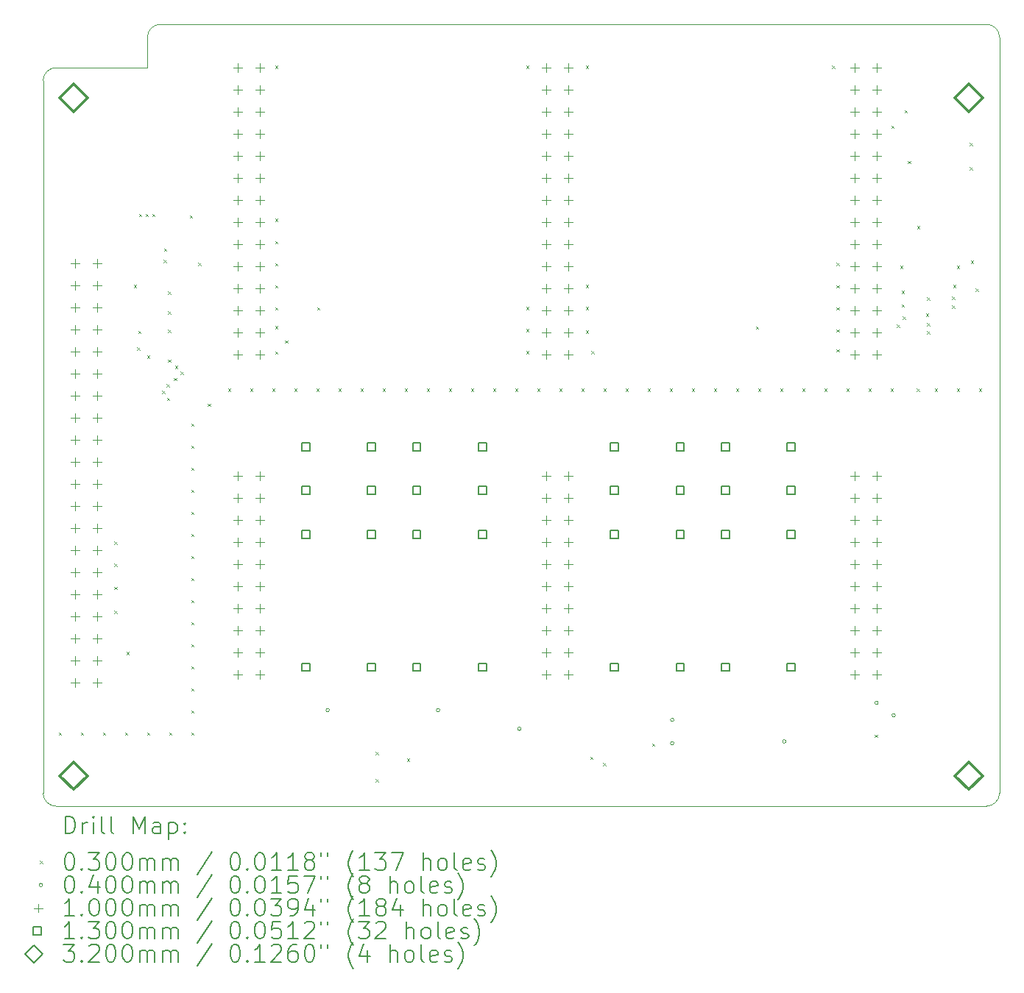
<source format=gbr>
%TF.GenerationSoftware,KiCad,Pcbnew,7.0.10-7.0.10~ubuntu22.04.1*%
%TF.CreationDate,2024-01-03T13:55:52+01:00*%
%TF.ProjectId,EEZ DIB BP3C-DM r3B3,45455a20-4449-4422-9042-5033432d444d,rev?*%
%TF.SameCoordinates,Original*%
%TF.FileFunction,Drillmap*%
%TF.FilePolarity,Positive*%
%FSLAX45Y45*%
G04 Gerber Fmt 4.5, Leading zero omitted, Abs format (unit mm)*
G04 Created by KiCad (PCBNEW 7.0.10-7.0.10~ubuntu22.04.1) date 2024-01-03 13:55:52*
%MOMM*%
%LPD*%
G01*
G04 APERTURE LIST*
%ADD10C,0.100000*%
%ADD11C,0.200000*%
%ADD12C,0.130000*%
%ADD13C,0.320000*%
G04 APERTURE END LIST*
D10*
X20350110Y-14850360D02*
X20350110Y-6150360D01*
X10700110Y-6000360D02*
G75*
G03*
X10550110Y-6150360I0J-150000D01*
G01*
X9350110Y-6650360D02*
X9350110Y-14850360D01*
X9500110Y-6500360D02*
G75*
G03*
X9350110Y-6650360I0J-150000D01*
G01*
X20200110Y-15000360D02*
G75*
G03*
X20350110Y-14850360I0J150000D01*
G01*
X9350110Y-14850360D02*
G75*
G03*
X9500110Y-15000360I150000J0D01*
G01*
X9500110Y-15000360D02*
X20200110Y-15000360D01*
X20200110Y-6000360D02*
X10700110Y-6000360D01*
X10550110Y-6150360D02*
X10550110Y-6500360D01*
X20350110Y-6150360D02*
G75*
G03*
X20200110Y-6000360I-150000J0D01*
G01*
X10550110Y-6500360D02*
X9500110Y-6500360D01*
D11*
D10*
X9528660Y-14151860D02*
X9558660Y-14181860D01*
X9558660Y-14151860D02*
X9528660Y-14181860D01*
X9782660Y-14151860D02*
X9812660Y-14181860D01*
X9812660Y-14151860D02*
X9782660Y-14181860D01*
X10036660Y-14151860D02*
X10066660Y-14181860D01*
X10066660Y-14151860D02*
X10036660Y-14181860D01*
X10170010Y-11954760D02*
X10200010Y-11984760D01*
X10200010Y-11954760D02*
X10170010Y-11984760D01*
X10170010Y-12208760D02*
X10200010Y-12238760D01*
X10200010Y-12208760D02*
X10170010Y-12238760D01*
X10170010Y-12475460D02*
X10200010Y-12505460D01*
X10200010Y-12475460D02*
X10170010Y-12505460D01*
X10170010Y-12748510D02*
X10200010Y-12778510D01*
X10200010Y-12748510D02*
X10170010Y-12778510D01*
X10290660Y-14151860D02*
X10320660Y-14181860D01*
X10320660Y-14151860D02*
X10290660Y-14181860D01*
X10309710Y-13224760D02*
X10339710Y-13254760D01*
X10339710Y-13224760D02*
X10309710Y-13254760D01*
X10392650Y-9002000D02*
X10422650Y-9032000D01*
X10422650Y-9002000D02*
X10392650Y-9032000D01*
X10430360Y-9719560D02*
X10460360Y-9749560D01*
X10460360Y-9719560D02*
X10430360Y-9749560D01*
X10443060Y-9529060D02*
X10473060Y-9559060D01*
X10473060Y-9529060D02*
X10443060Y-9559060D01*
X10453980Y-8181590D02*
X10483980Y-8211590D01*
X10483980Y-8181590D02*
X10453980Y-8211590D01*
X10530180Y-8181590D02*
X10560180Y-8211590D01*
X10560180Y-8181590D02*
X10530180Y-8211590D01*
X10544660Y-9814810D02*
X10574660Y-9844810D01*
X10574660Y-9814810D02*
X10544660Y-9844810D01*
X10544660Y-14151860D02*
X10574660Y-14181860D01*
X10574660Y-14151860D02*
X10544660Y-14181860D01*
X10606380Y-8181590D02*
X10636380Y-8211590D01*
X10636380Y-8181590D02*
X10606380Y-8211590D01*
X10720040Y-10221214D02*
X10750040Y-10251214D01*
X10750040Y-10221214D02*
X10720040Y-10251214D01*
X10735550Y-8709900D02*
X10765550Y-8739900D01*
X10765550Y-8709900D02*
X10735550Y-8739900D01*
X10739730Y-8581640D02*
X10769730Y-8611640D01*
X10769730Y-8581640D02*
X10739730Y-8611640D01*
X10768940Y-10143100D02*
X10798940Y-10173100D01*
X10798940Y-10143100D02*
X10768940Y-10173100D01*
X10775568Y-10299084D02*
X10805568Y-10329084D01*
X10805568Y-10299084D02*
X10775568Y-10329084D01*
X10785960Y-9078210D02*
X10815960Y-9108210D01*
X10815960Y-9078210D02*
X10785960Y-9108210D01*
X10785960Y-9306810D02*
X10815960Y-9336810D01*
X10815960Y-9306810D02*
X10785960Y-9336810D01*
X10785960Y-9516360D02*
X10815960Y-9546360D01*
X10815960Y-9516360D02*
X10785960Y-9546360D01*
X10785960Y-9859260D02*
X10815960Y-9889260D01*
X10815960Y-9859260D02*
X10785960Y-9889260D01*
X10798660Y-14151860D02*
X10828660Y-14181860D01*
X10828660Y-14151860D02*
X10798660Y-14181860D01*
X10856201Y-10072620D02*
X10886201Y-10102620D01*
X10886201Y-10072620D02*
X10856201Y-10102620D01*
X10866730Y-9930380D02*
X10896730Y-9960380D01*
X10896730Y-9930380D02*
X10866730Y-9960380D01*
X10929420Y-10000391D02*
X10959420Y-10030391D01*
X10959420Y-10000391D02*
X10929420Y-10030391D01*
X11038180Y-8200640D02*
X11068180Y-8230640D01*
X11068180Y-8200640D02*
X11038180Y-8230640D01*
X11052660Y-10595860D02*
X11082660Y-10625860D01*
X11082660Y-10595860D02*
X11052660Y-10625860D01*
X11052660Y-10849860D02*
X11082660Y-10879860D01*
X11082660Y-10849860D02*
X11052660Y-10879860D01*
X11052660Y-11103860D02*
X11082660Y-11133860D01*
X11082660Y-11103860D02*
X11052660Y-11133860D01*
X11052660Y-11357860D02*
X11082660Y-11387860D01*
X11082660Y-11357860D02*
X11052660Y-11387860D01*
X11052660Y-11611860D02*
X11082660Y-11641860D01*
X11082660Y-11611860D02*
X11052660Y-11641860D01*
X11052660Y-11865860D02*
X11082660Y-11895860D01*
X11082660Y-11865860D02*
X11052660Y-11895860D01*
X11052660Y-12119860D02*
X11082660Y-12149860D01*
X11082660Y-12119860D02*
X11052660Y-12149860D01*
X11052660Y-12373860D02*
X11082660Y-12403860D01*
X11082660Y-12373860D02*
X11052660Y-12403860D01*
X11052660Y-12627860D02*
X11082660Y-12657860D01*
X11082660Y-12627860D02*
X11052660Y-12657860D01*
X11052660Y-12881860D02*
X11082660Y-12911860D01*
X11082660Y-12881860D02*
X11052660Y-12911860D01*
X11052660Y-13135860D02*
X11082660Y-13165860D01*
X11082660Y-13135860D02*
X11052660Y-13165860D01*
X11052660Y-13389860D02*
X11082660Y-13419860D01*
X11082660Y-13389860D02*
X11052660Y-13419860D01*
X11052660Y-13643860D02*
X11082660Y-13673860D01*
X11082660Y-13643860D02*
X11052660Y-13673860D01*
X11052660Y-13897860D02*
X11082660Y-13927860D01*
X11082660Y-13897860D02*
X11052660Y-13927860D01*
X11052660Y-14151860D02*
X11082660Y-14181860D01*
X11082660Y-14151860D02*
X11052660Y-14181860D01*
X11135600Y-8748000D02*
X11165600Y-8778000D01*
X11165600Y-8748000D02*
X11135600Y-8778000D01*
X11243160Y-10367260D02*
X11273160Y-10397260D01*
X11273160Y-10367260D02*
X11243160Y-10397260D01*
X11478110Y-10195810D02*
X11508110Y-10225810D01*
X11508110Y-10195810D02*
X11478110Y-10225810D01*
X11732110Y-10195810D02*
X11762110Y-10225810D01*
X11762110Y-10195810D02*
X11732110Y-10225810D01*
X11986110Y-10195810D02*
X12016110Y-10225810D01*
X12016110Y-10195810D02*
X11986110Y-10225810D01*
X12017860Y-6474710D02*
X12047860Y-6504710D01*
X12047860Y-6474710D02*
X12017860Y-6504710D01*
X12017860Y-8240010D02*
X12047860Y-8270010D01*
X12047860Y-8240010D02*
X12017860Y-8270010D01*
X12017860Y-8494810D02*
X12047860Y-8524810D01*
X12047860Y-8494810D02*
X12017860Y-8524810D01*
X12017860Y-8748810D02*
X12047860Y-8778810D01*
X12047860Y-8748810D02*
X12017860Y-8778810D01*
X12017860Y-9002810D02*
X12047860Y-9032810D01*
X12047860Y-9002810D02*
X12017860Y-9032810D01*
X12017860Y-9256810D02*
X12047860Y-9286810D01*
X12047860Y-9256810D02*
X12017860Y-9286810D01*
X12017860Y-9472710D02*
X12047860Y-9502710D01*
X12047860Y-9472710D02*
X12017860Y-9502710D01*
X12017860Y-9764810D02*
X12047860Y-9794810D01*
X12047860Y-9764810D02*
X12017860Y-9794810D01*
X12132160Y-9637810D02*
X12162160Y-9667810D01*
X12162160Y-9637810D02*
X12132160Y-9667810D01*
X12240110Y-10195810D02*
X12270110Y-10225810D01*
X12270110Y-10195810D02*
X12240110Y-10225810D01*
X12494110Y-10195810D02*
X12524110Y-10225810D01*
X12524110Y-10195810D02*
X12494110Y-10225810D01*
X12500460Y-9256810D02*
X12530460Y-9286810D01*
X12530460Y-9256810D02*
X12500460Y-9286810D01*
X12748110Y-10195810D02*
X12778110Y-10225810D01*
X12778110Y-10195810D02*
X12748110Y-10225810D01*
X13002110Y-10195810D02*
X13032110Y-10225810D01*
X13032110Y-10195810D02*
X13002110Y-10225810D01*
X13173560Y-14374110D02*
X13203560Y-14404110D01*
X13203560Y-14374110D02*
X13173560Y-14404110D01*
X13173560Y-14691610D02*
X13203560Y-14721610D01*
X13203560Y-14691610D02*
X13173560Y-14721610D01*
X13256110Y-10195810D02*
X13286110Y-10225810D01*
X13286110Y-10195810D02*
X13256110Y-10225810D01*
X13510110Y-10195810D02*
X13540110Y-10225810D01*
X13540110Y-10195810D02*
X13510110Y-10225810D01*
X13535510Y-14450310D02*
X13565510Y-14480310D01*
X13565510Y-14450310D02*
X13535510Y-14480310D01*
X13764110Y-10195810D02*
X13794110Y-10225810D01*
X13794110Y-10195810D02*
X13764110Y-10225810D01*
X14018110Y-10195810D02*
X14048110Y-10225810D01*
X14048110Y-10195810D02*
X14018110Y-10225810D01*
X14272110Y-10195810D02*
X14302110Y-10225810D01*
X14302110Y-10195810D02*
X14272110Y-10225810D01*
X14526110Y-10195810D02*
X14556110Y-10225810D01*
X14556110Y-10195810D02*
X14526110Y-10225810D01*
X14780110Y-10195810D02*
X14810110Y-10225810D01*
X14810110Y-10195810D02*
X14780110Y-10225810D01*
X14907110Y-6474710D02*
X14937110Y-6504710D01*
X14937110Y-6474710D02*
X14907110Y-6504710D01*
X14907110Y-9256010D02*
X14937110Y-9286010D01*
X14937110Y-9256010D02*
X14907110Y-9286010D01*
X14907110Y-9510010D02*
X14937110Y-9540010D01*
X14937110Y-9510010D02*
X14907110Y-9540010D01*
X14907110Y-9764010D02*
X14937110Y-9794010D01*
X14937110Y-9764010D02*
X14907110Y-9794010D01*
X15034110Y-10195810D02*
X15064110Y-10225810D01*
X15064110Y-10195810D02*
X15034110Y-10225810D01*
X15288110Y-10195810D02*
X15318110Y-10225810D01*
X15318110Y-10195810D02*
X15288110Y-10225810D01*
X15542110Y-10195810D02*
X15572110Y-10225810D01*
X15572110Y-10195810D02*
X15542110Y-10225810D01*
X15592910Y-6474710D02*
X15622910Y-6504710D01*
X15622910Y-6474710D02*
X15592910Y-6504710D01*
X15592910Y-9002010D02*
X15622910Y-9032010D01*
X15622910Y-9002010D02*
X15592910Y-9032010D01*
X15592910Y-9256010D02*
X15622910Y-9286010D01*
X15622910Y-9256010D02*
X15592910Y-9286010D01*
X15592910Y-9522710D02*
X15622910Y-9552710D01*
X15622910Y-9522710D02*
X15592910Y-9552710D01*
X15643710Y-14431260D02*
X15673710Y-14461260D01*
X15673710Y-14431260D02*
X15643710Y-14461260D01*
X15656410Y-9764010D02*
X15686410Y-9794010D01*
X15686410Y-9764010D02*
X15656410Y-9794010D01*
X15789760Y-14501100D02*
X15819760Y-14531100D01*
X15819760Y-14501100D02*
X15789760Y-14531100D01*
X15796110Y-10195810D02*
X15826110Y-10225810D01*
X15826110Y-10195810D02*
X15796110Y-10225810D01*
X16050110Y-10195810D02*
X16080110Y-10225810D01*
X16080110Y-10195810D02*
X16050110Y-10225810D01*
X16304110Y-10195810D02*
X16334110Y-10225810D01*
X16334110Y-10195810D02*
X16304110Y-10225810D01*
X16354910Y-14278860D02*
X16384910Y-14308860D01*
X16384910Y-14278860D02*
X16354910Y-14308860D01*
X16558110Y-10195810D02*
X16588110Y-10225810D01*
X16588110Y-10195810D02*
X16558110Y-10225810D01*
X16812110Y-10195810D02*
X16842110Y-10225810D01*
X16842110Y-10195810D02*
X16812110Y-10225810D01*
X17066110Y-10195810D02*
X17096110Y-10225810D01*
X17096110Y-10195810D02*
X17066110Y-10225810D01*
X17320110Y-10195810D02*
X17350110Y-10225810D01*
X17350110Y-10195810D02*
X17320110Y-10225810D01*
X17548710Y-9478260D02*
X17578710Y-9508260D01*
X17578710Y-9478260D02*
X17548710Y-9508260D01*
X17574110Y-10195810D02*
X17604110Y-10225810D01*
X17604110Y-10195810D02*
X17574110Y-10225810D01*
X17828110Y-10195810D02*
X17858110Y-10225810D01*
X17858110Y-10195810D02*
X17828110Y-10225810D01*
X18082110Y-10195810D02*
X18112110Y-10225810D01*
X18112110Y-10195810D02*
X18082110Y-10225810D01*
X18336110Y-10195810D02*
X18366110Y-10225810D01*
X18366110Y-10195810D02*
X18336110Y-10225810D01*
X18425400Y-6474710D02*
X18455400Y-6504710D01*
X18455400Y-6474710D02*
X18425400Y-6504710D01*
X18475810Y-8748010D02*
X18505810Y-8778010D01*
X18505810Y-8748010D02*
X18475810Y-8778010D01*
X18475810Y-9002810D02*
X18505810Y-9032810D01*
X18505810Y-9002810D02*
X18475810Y-9032810D01*
X18475810Y-9256810D02*
X18505810Y-9286810D01*
X18505810Y-9256810D02*
X18475810Y-9286810D01*
X18475810Y-9510810D02*
X18505810Y-9540810D01*
X18505810Y-9510810D02*
X18475810Y-9540810D01*
X18475810Y-9739410D02*
X18505810Y-9769410D01*
X18505810Y-9739410D02*
X18475810Y-9769410D01*
X18590110Y-10195810D02*
X18620110Y-10225810D01*
X18620110Y-10195810D02*
X18590110Y-10225810D01*
X18844110Y-10195810D02*
X18874110Y-10225810D01*
X18874110Y-10195810D02*
X18844110Y-10225810D01*
X18913960Y-14177260D02*
X18943960Y-14207260D01*
X18943960Y-14177260D02*
X18913960Y-14207260D01*
X19098110Y-10195810D02*
X19128110Y-10225810D01*
X19128110Y-10195810D02*
X19098110Y-10225810D01*
X19104460Y-7166860D02*
X19134460Y-7196860D01*
X19134460Y-7166860D02*
X19104460Y-7196860D01*
X19167960Y-9459210D02*
X19197960Y-9489210D01*
X19197960Y-9459210D02*
X19167960Y-9489210D01*
X19206450Y-8779750D02*
X19236450Y-8809750D01*
X19236450Y-8779750D02*
X19206450Y-8809750D01*
X19225110Y-9065510D02*
X19255110Y-9095510D01*
X19255110Y-9065510D02*
X19225110Y-9095510D01*
X19225110Y-9224260D02*
X19255110Y-9254260D01*
X19255110Y-9224260D02*
X19225110Y-9254260D01*
X19237810Y-9363960D02*
X19267810Y-9393960D01*
X19267810Y-9363960D02*
X19237810Y-9393960D01*
X19256860Y-6989060D02*
X19286860Y-7019060D01*
X19286860Y-6989060D02*
X19256860Y-7019060D01*
X19294960Y-7573260D02*
X19324960Y-7603260D01*
X19324960Y-7573260D02*
X19294960Y-7603260D01*
X19396560Y-10195810D02*
X19426560Y-10225810D01*
X19426560Y-10195810D02*
X19396560Y-10225810D01*
X19402910Y-8322560D02*
X19432910Y-8352560D01*
X19432910Y-8322560D02*
X19402910Y-8352560D01*
X19504510Y-9332210D02*
X19534510Y-9362210D01*
X19534510Y-9332210D02*
X19504510Y-9362210D01*
X19517210Y-9141710D02*
X19547210Y-9171710D01*
X19547210Y-9141710D02*
X19517210Y-9171710D01*
X19517210Y-9440160D02*
X19547210Y-9470160D01*
X19547210Y-9440160D02*
X19517210Y-9470160D01*
X19517210Y-9535410D02*
X19547210Y-9565410D01*
X19547210Y-9535410D02*
X19517210Y-9565410D01*
X19606110Y-10195810D02*
X19636110Y-10225810D01*
X19636110Y-10195810D02*
X19606110Y-10225810D01*
X19802710Y-9135360D02*
X19832710Y-9165360D01*
X19832710Y-9135360D02*
X19802710Y-9165360D01*
X19802710Y-9236960D02*
X19832710Y-9266960D01*
X19832710Y-9236960D02*
X19802710Y-9266960D01*
X19815660Y-9002010D02*
X19845660Y-9032010D01*
X19845660Y-9002010D02*
X19815660Y-9032010D01*
X19860110Y-8779760D02*
X19890110Y-8809760D01*
X19890110Y-8779760D02*
X19860110Y-8809760D01*
X19860110Y-10195810D02*
X19890110Y-10225810D01*
X19890110Y-10195810D02*
X19860110Y-10225810D01*
X20006550Y-7363700D02*
X20036550Y-7393700D01*
X20036550Y-7363700D02*
X20006550Y-7393700D01*
X20006550Y-7643100D02*
X20036550Y-7673100D01*
X20036550Y-7643100D02*
X20006550Y-7673100D01*
X20018860Y-8722610D02*
X20048860Y-8752610D01*
X20048860Y-8722610D02*
X20018860Y-8752610D01*
X20076010Y-9040110D02*
X20106010Y-9070110D01*
X20106010Y-9040110D02*
X20076010Y-9070110D01*
X20114110Y-10195810D02*
X20144110Y-10225810D01*
X20144110Y-10195810D02*
X20114110Y-10225810D01*
X12643410Y-13893810D02*
G75*
G03*
X12603410Y-13893810I-20000J0D01*
G01*
X12603410Y-13893810D02*
G75*
G03*
X12643410Y-13893810I20000J0D01*
G01*
X13913410Y-13893810D02*
G75*
G03*
X13873410Y-13893810I-20000J0D01*
G01*
X13873410Y-13893810D02*
G75*
G03*
X13913410Y-13893810I20000J0D01*
G01*
X14846860Y-14109710D02*
G75*
G03*
X14806860Y-14109710I-20000J0D01*
G01*
X14806860Y-14109710D02*
G75*
G03*
X14846860Y-14109710I20000J0D01*
G01*
X16605810Y-14008110D02*
G75*
G03*
X16565810Y-14008110I-20000J0D01*
G01*
X16565810Y-14008110D02*
G75*
G03*
X16605810Y-14008110I20000J0D01*
G01*
X16605810Y-14274810D02*
G75*
G03*
X16565810Y-14274810I-20000J0D01*
G01*
X16565810Y-14274810D02*
G75*
G03*
X16605810Y-14274810I20000J0D01*
G01*
X17894860Y-14255760D02*
G75*
G03*
X17854860Y-14255760I-20000J0D01*
G01*
X17854860Y-14255760D02*
G75*
G03*
X17894860Y-14255760I20000J0D01*
G01*
X18955310Y-13811260D02*
G75*
G03*
X18915310Y-13811260I-20000J0D01*
G01*
X18915310Y-13811260D02*
G75*
G03*
X18955310Y-13811260I20000J0D01*
G01*
X19152880Y-13954252D02*
G75*
G03*
X19112880Y-13954252I-20000J0D01*
G01*
X19112880Y-13954252D02*
G75*
G03*
X19152880Y-13954252I20000J0D01*
G01*
X9720000Y-8700000D02*
X9720000Y-8800000D01*
X9670000Y-8750000D02*
X9770000Y-8750000D01*
X9720000Y-8954000D02*
X9720000Y-9054000D01*
X9670000Y-9004000D02*
X9770000Y-9004000D01*
X9720000Y-9208000D02*
X9720000Y-9308000D01*
X9670000Y-9258000D02*
X9770000Y-9258000D01*
X9720000Y-9462000D02*
X9720000Y-9562000D01*
X9670000Y-9512000D02*
X9770000Y-9512000D01*
X9720000Y-9716000D02*
X9720000Y-9816000D01*
X9670000Y-9766000D02*
X9770000Y-9766000D01*
X9720000Y-9970000D02*
X9720000Y-10070000D01*
X9670000Y-10020000D02*
X9770000Y-10020000D01*
X9720000Y-10224000D02*
X9720000Y-10324000D01*
X9670000Y-10274000D02*
X9770000Y-10274000D01*
X9720000Y-10478000D02*
X9720000Y-10578000D01*
X9670000Y-10528000D02*
X9770000Y-10528000D01*
X9720000Y-10732000D02*
X9720000Y-10832000D01*
X9670000Y-10782000D02*
X9770000Y-10782000D01*
X9720000Y-10986000D02*
X9720000Y-11086000D01*
X9670000Y-11036000D02*
X9770000Y-11036000D01*
X9720000Y-11240000D02*
X9720000Y-11340000D01*
X9670000Y-11290000D02*
X9770000Y-11290000D01*
X9720000Y-11494000D02*
X9720000Y-11594000D01*
X9670000Y-11544000D02*
X9770000Y-11544000D01*
X9720000Y-11748000D02*
X9720000Y-11848000D01*
X9670000Y-11798000D02*
X9770000Y-11798000D01*
X9720000Y-12002000D02*
X9720000Y-12102000D01*
X9670000Y-12052000D02*
X9770000Y-12052000D01*
X9720000Y-12256000D02*
X9720000Y-12356000D01*
X9670000Y-12306000D02*
X9770000Y-12306000D01*
X9720000Y-12510000D02*
X9720000Y-12610000D01*
X9670000Y-12560000D02*
X9770000Y-12560000D01*
X9720000Y-12764000D02*
X9720000Y-12864000D01*
X9670000Y-12814000D02*
X9770000Y-12814000D01*
X9720000Y-13018000D02*
X9720000Y-13118000D01*
X9670000Y-13068000D02*
X9770000Y-13068000D01*
X9720000Y-13272000D02*
X9720000Y-13372000D01*
X9670000Y-13322000D02*
X9770000Y-13322000D01*
X9720000Y-13526000D02*
X9720000Y-13626000D01*
X9670000Y-13576000D02*
X9770000Y-13576000D01*
X9974000Y-8700000D02*
X9974000Y-8800000D01*
X9924000Y-8750000D02*
X10024000Y-8750000D01*
X9974000Y-8954000D02*
X9974000Y-9054000D01*
X9924000Y-9004000D02*
X10024000Y-9004000D01*
X9974000Y-9208000D02*
X9974000Y-9308000D01*
X9924000Y-9258000D02*
X10024000Y-9258000D01*
X9974000Y-9462000D02*
X9974000Y-9562000D01*
X9924000Y-9512000D02*
X10024000Y-9512000D01*
X9974000Y-9716000D02*
X9974000Y-9816000D01*
X9924000Y-9766000D02*
X10024000Y-9766000D01*
X9974000Y-9970000D02*
X9974000Y-10070000D01*
X9924000Y-10020000D02*
X10024000Y-10020000D01*
X9974000Y-10224000D02*
X9974000Y-10324000D01*
X9924000Y-10274000D02*
X10024000Y-10274000D01*
X9974000Y-10478000D02*
X9974000Y-10578000D01*
X9924000Y-10528000D02*
X10024000Y-10528000D01*
X9974000Y-10732000D02*
X9974000Y-10832000D01*
X9924000Y-10782000D02*
X10024000Y-10782000D01*
X9974000Y-10986000D02*
X9974000Y-11086000D01*
X9924000Y-11036000D02*
X10024000Y-11036000D01*
X9974000Y-11240000D02*
X9974000Y-11340000D01*
X9924000Y-11290000D02*
X10024000Y-11290000D01*
X9974000Y-11494000D02*
X9974000Y-11594000D01*
X9924000Y-11544000D02*
X10024000Y-11544000D01*
X9974000Y-11748000D02*
X9974000Y-11848000D01*
X9924000Y-11798000D02*
X10024000Y-11798000D01*
X9974000Y-12002000D02*
X9974000Y-12102000D01*
X9924000Y-12052000D02*
X10024000Y-12052000D01*
X9974000Y-12256000D02*
X9974000Y-12356000D01*
X9924000Y-12306000D02*
X10024000Y-12306000D01*
X9974000Y-12510000D02*
X9974000Y-12610000D01*
X9924000Y-12560000D02*
X10024000Y-12560000D01*
X9974000Y-12764000D02*
X9974000Y-12864000D01*
X9924000Y-12814000D02*
X10024000Y-12814000D01*
X9974000Y-13018000D02*
X9974000Y-13118000D01*
X9924000Y-13068000D02*
X10024000Y-13068000D01*
X9974000Y-13272000D02*
X9974000Y-13372000D01*
X9924000Y-13322000D02*
X10024000Y-13322000D01*
X9974000Y-13526000D02*
X9974000Y-13626000D01*
X9924000Y-13576000D02*
X10024000Y-13576000D01*
X11586000Y-6450000D02*
X11586000Y-6550000D01*
X11536000Y-6500000D02*
X11636000Y-6500000D01*
X11586000Y-6704000D02*
X11586000Y-6804000D01*
X11536000Y-6754000D02*
X11636000Y-6754000D01*
X11586000Y-6958000D02*
X11586000Y-7058000D01*
X11536000Y-7008000D02*
X11636000Y-7008000D01*
X11586000Y-7212000D02*
X11586000Y-7312000D01*
X11536000Y-7262000D02*
X11636000Y-7262000D01*
X11586000Y-7466000D02*
X11586000Y-7566000D01*
X11536000Y-7516000D02*
X11636000Y-7516000D01*
X11586000Y-7720000D02*
X11586000Y-7820000D01*
X11536000Y-7770000D02*
X11636000Y-7770000D01*
X11586000Y-7974000D02*
X11586000Y-8074000D01*
X11536000Y-8024000D02*
X11636000Y-8024000D01*
X11586000Y-8228000D02*
X11586000Y-8328000D01*
X11536000Y-8278000D02*
X11636000Y-8278000D01*
X11586000Y-8482000D02*
X11586000Y-8582000D01*
X11536000Y-8532000D02*
X11636000Y-8532000D01*
X11586000Y-8736000D02*
X11586000Y-8836000D01*
X11536000Y-8786000D02*
X11636000Y-8786000D01*
X11586000Y-8990000D02*
X11586000Y-9090000D01*
X11536000Y-9040000D02*
X11636000Y-9040000D01*
X11586000Y-9244000D02*
X11586000Y-9344000D01*
X11536000Y-9294000D02*
X11636000Y-9294000D01*
X11586000Y-9498000D02*
X11586000Y-9598000D01*
X11536000Y-9548000D02*
X11636000Y-9548000D01*
X11586000Y-9752000D02*
X11586000Y-9852000D01*
X11536000Y-9802000D02*
X11636000Y-9802000D01*
X11586000Y-11150000D02*
X11586000Y-11250000D01*
X11536000Y-11200000D02*
X11636000Y-11200000D01*
X11586000Y-11404000D02*
X11586000Y-11504000D01*
X11536000Y-11454000D02*
X11636000Y-11454000D01*
X11586000Y-11658000D02*
X11586000Y-11758000D01*
X11536000Y-11708000D02*
X11636000Y-11708000D01*
X11586000Y-11912000D02*
X11586000Y-12012000D01*
X11536000Y-11962000D02*
X11636000Y-11962000D01*
X11586000Y-12166000D02*
X11586000Y-12266000D01*
X11536000Y-12216000D02*
X11636000Y-12216000D01*
X11586000Y-12420000D02*
X11586000Y-12520000D01*
X11536000Y-12470000D02*
X11636000Y-12470000D01*
X11586000Y-12674000D02*
X11586000Y-12774000D01*
X11536000Y-12724000D02*
X11636000Y-12724000D01*
X11586000Y-12928000D02*
X11586000Y-13028000D01*
X11536000Y-12978000D02*
X11636000Y-12978000D01*
X11586000Y-13182000D02*
X11586000Y-13282000D01*
X11536000Y-13232000D02*
X11636000Y-13232000D01*
X11586000Y-13436000D02*
X11586000Y-13536000D01*
X11536000Y-13486000D02*
X11636000Y-13486000D01*
X11840000Y-6450000D02*
X11840000Y-6550000D01*
X11790000Y-6500000D02*
X11890000Y-6500000D01*
X11840000Y-6704000D02*
X11840000Y-6804000D01*
X11790000Y-6754000D02*
X11890000Y-6754000D01*
X11840000Y-6958000D02*
X11840000Y-7058000D01*
X11790000Y-7008000D02*
X11890000Y-7008000D01*
X11840000Y-7212000D02*
X11840000Y-7312000D01*
X11790000Y-7262000D02*
X11890000Y-7262000D01*
X11840000Y-7466000D02*
X11840000Y-7566000D01*
X11790000Y-7516000D02*
X11890000Y-7516000D01*
X11840000Y-7720000D02*
X11840000Y-7820000D01*
X11790000Y-7770000D02*
X11890000Y-7770000D01*
X11840000Y-7974000D02*
X11840000Y-8074000D01*
X11790000Y-8024000D02*
X11890000Y-8024000D01*
X11840000Y-8228000D02*
X11840000Y-8328000D01*
X11790000Y-8278000D02*
X11890000Y-8278000D01*
X11840000Y-8482000D02*
X11840000Y-8582000D01*
X11790000Y-8532000D02*
X11890000Y-8532000D01*
X11840000Y-8736000D02*
X11840000Y-8836000D01*
X11790000Y-8786000D02*
X11890000Y-8786000D01*
X11840000Y-8990000D02*
X11840000Y-9090000D01*
X11790000Y-9040000D02*
X11890000Y-9040000D01*
X11840000Y-9244000D02*
X11840000Y-9344000D01*
X11790000Y-9294000D02*
X11890000Y-9294000D01*
X11840000Y-9498000D02*
X11840000Y-9598000D01*
X11790000Y-9548000D02*
X11890000Y-9548000D01*
X11840000Y-9752000D02*
X11840000Y-9852000D01*
X11790000Y-9802000D02*
X11890000Y-9802000D01*
X11840000Y-11150000D02*
X11840000Y-11250000D01*
X11790000Y-11200000D02*
X11890000Y-11200000D01*
X11840000Y-11404000D02*
X11840000Y-11504000D01*
X11790000Y-11454000D02*
X11890000Y-11454000D01*
X11840000Y-11658000D02*
X11840000Y-11758000D01*
X11790000Y-11708000D02*
X11890000Y-11708000D01*
X11840000Y-11912000D02*
X11840000Y-12012000D01*
X11790000Y-11962000D02*
X11890000Y-11962000D01*
X11840000Y-12166000D02*
X11840000Y-12266000D01*
X11790000Y-12216000D02*
X11890000Y-12216000D01*
X11840000Y-12420000D02*
X11840000Y-12520000D01*
X11790000Y-12470000D02*
X11890000Y-12470000D01*
X11840000Y-12674000D02*
X11840000Y-12774000D01*
X11790000Y-12724000D02*
X11890000Y-12724000D01*
X11840000Y-12928000D02*
X11840000Y-13028000D01*
X11790000Y-12978000D02*
X11890000Y-12978000D01*
X11840000Y-13182000D02*
X11840000Y-13282000D01*
X11790000Y-13232000D02*
X11890000Y-13232000D01*
X11840000Y-13436000D02*
X11840000Y-13536000D01*
X11790000Y-13486000D02*
X11890000Y-13486000D01*
X15136000Y-6450000D02*
X15136000Y-6550000D01*
X15086000Y-6500000D02*
X15186000Y-6500000D01*
X15136000Y-6704000D02*
X15136000Y-6804000D01*
X15086000Y-6754000D02*
X15186000Y-6754000D01*
X15136000Y-6958000D02*
X15136000Y-7058000D01*
X15086000Y-7008000D02*
X15186000Y-7008000D01*
X15136000Y-7212000D02*
X15136000Y-7312000D01*
X15086000Y-7262000D02*
X15186000Y-7262000D01*
X15136000Y-7466000D02*
X15136000Y-7566000D01*
X15086000Y-7516000D02*
X15186000Y-7516000D01*
X15136000Y-7720000D02*
X15136000Y-7820000D01*
X15086000Y-7770000D02*
X15186000Y-7770000D01*
X15136000Y-7974000D02*
X15136000Y-8074000D01*
X15086000Y-8024000D02*
X15186000Y-8024000D01*
X15136000Y-8228000D02*
X15136000Y-8328000D01*
X15086000Y-8278000D02*
X15186000Y-8278000D01*
X15136000Y-8482000D02*
X15136000Y-8582000D01*
X15086000Y-8532000D02*
X15186000Y-8532000D01*
X15136000Y-8736000D02*
X15136000Y-8836000D01*
X15086000Y-8786000D02*
X15186000Y-8786000D01*
X15136000Y-8990000D02*
X15136000Y-9090000D01*
X15086000Y-9040000D02*
X15186000Y-9040000D01*
X15136000Y-9244000D02*
X15136000Y-9344000D01*
X15086000Y-9294000D02*
X15186000Y-9294000D01*
X15136000Y-9498000D02*
X15136000Y-9598000D01*
X15086000Y-9548000D02*
X15186000Y-9548000D01*
X15136000Y-9752000D02*
X15136000Y-9852000D01*
X15086000Y-9802000D02*
X15186000Y-9802000D01*
X15136000Y-11150000D02*
X15136000Y-11250000D01*
X15086000Y-11200000D02*
X15186000Y-11200000D01*
X15136000Y-11404000D02*
X15136000Y-11504000D01*
X15086000Y-11454000D02*
X15186000Y-11454000D01*
X15136000Y-11658000D02*
X15136000Y-11758000D01*
X15086000Y-11708000D02*
X15186000Y-11708000D01*
X15136000Y-11912000D02*
X15136000Y-12012000D01*
X15086000Y-11962000D02*
X15186000Y-11962000D01*
X15136000Y-12166000D02*
X15136000Y-12266000D01*
X15086000Y-12216000D02*
X15186000Y-12216000D01*
X15136000Y-12420000D02*
X15136000Y-12520000D01*
X15086000Y-12470000D02*
X15186000Y-12470000D01*
X15136000Y-12674000D02*
X15136000Y-12774000D01*
X15086000Y-12724000D02*
X15186000Y-12724000D01*
X15136000Y-12928000D02*
X15136000Y-13028000D01*
X15086000Y-12978000D02*
X15186000Y-12978000D01*
X15136000Y-13182000D02*
X15136000Y-13282000D01*
X15086000Y-13232000D02*
X15186000Y-13232000D01*
X15136000Y-13436000D02*
X15136000Y-13536000D01*
X15086000Y-13486000D02*
X15186000Y-13486000D01*
X15390000Y-6450000D02*
X15390000Y-6550000D01*
X15340000Y-6500000D02*
X15440000Y-6500000D01*
X15390000Y-6704000D02*
X15390000Y-6804000D01*
X15340000Y-6754000D02*
X15440000Y-6754000D01*
X15390000Y-6958000D02*
X15390000Y-7058000D01*
X15340000Y-7008000D02*
X15440000Y-7008000D01*
X15390000Y-7212000D02*
X15390000Y-7312000D01*
X15340000Y-7262000D02*
X15440000Y-7262000D01*
X15390000Y-7466000D02*
X15390000Y-7566000D01*
X15340000Y-7516000D02*
X15440000Y-7516000D01*
X15390000Y-7720000D02*
X15390000Y-7820000D01*
X15340000Y-7770000D02*
X15440000Y-7770000D01*
X15390000Y-7974000D02*
X15390000Y-8074000D01*
X15340000Y-8024000D02*
X15440000Y-8024000D01*
X15390000Y-8228000D02*
X15390000Y-8328000D01*
X15340000Y-8278000D02*
X15440000Y-8278000D01*
X15390000Y-8482000D02*
X15390000Y-8582000D01*
X15340000Y-8532000D02*
X15440000Y-8532000D01*
X15390000Y-8736000D02*
X15390000Y-8836000D01*
X15340000Y-8786000D02*
X15440000Y-8786000D01*
X15390000Y-8990000D02*
X15390000Y-9090000D01*
X15340000Y-9040000D02*
X15440000Y-9040000D01*
X15390000Y-9244000D02*
X15390000Y-9344000D01*
X15340000Y-9294000D02*
X15440000Y-9294000D01*
X15390000Y-9498000D02*
X15390000Y-9598000D01*
X15340000Y-9548000D02*
X15440000Y-9548000D01*
X15390000Y-9752000D02*
X15390000Y-9852000D01*
X15340000Y-9802000D02*
X15440000Y-9802000D01*
X15390000Y-11150000D02*
X15390000Y-11250000D01*
X15340000Y-11200000D02*
X15440000Y-11200000D01*
X15390000Y-11404000D02*
X15390000Y-11504000D01*
X15340000Y-11454000D02*
X15440000Y-11454000D01*
X15390000Y-11658000D02*
X15390000Y-11758000D01*
X15340000Y-11708000D02*
X15440000Y-11708000D01*
X15390000Y-11912000D02*
X15390000Y-12012000D01*
X15340000Y-11962000D02*
X15440000Y-11962000D01*
X15390000Y-12166000D02*
X15390000Y-12266000D01*
X15340000Y-12216000D02*
X15440000Y-12216000D01*
X15390000Y-12420000D02*
X15390000Y-12520000D01*
X15340000Y-12470000D02*
X15440000Y-12470000D01*
X15390000Y-12674000D02*
X15390000Y-12774000D01*
X15340000Y-12724000D02*
X15440000Y-12724000D01*
X15390000Y-12928000D02*
X15390000Y-13028000D01*
X15340000Y-12978000D02*
X15440000Y-12978000D01*
X15390000Y-13182000D02*
X15390000Y-13282000D01*
X15340000Y-13232000D02*
X15440000Y-13232000D01*
X15390000Y-13436000D02*
X15390000Y-13536000D01*
X15340000Y-13486000D02*
X15440000Y-13486000D01*
X18686000Y-6450000D02*
X18686000Y-6550000D01*
X18636000Y-6500000D02*
X18736000Y-6500000D01*
X18686000Y-6704000D02*
X18686000Y-6804000D01*
X18636000Y-6754000D02*
X18736000Y-6754000D01*
X18686000Y-6958000D02*
X18686000Y-7058000D01*
X18636000Y-7008000D02*
X18736000Y-7008000D01*
X18686000Y-7212000D02*
X18686000Y-7312000D01*
X18636000Y-7262000D02*
X18736000Y-7262000D01*
X18686000Y-7466000D02*
X18686000Y-7566000D01*
X18636000Y-7516000D02*
X18736000Y-7516000D01*
X18686000Y-7720000D02*
X18686000Y-7820000D01*
X18636000Y-7770000D02*
X18736000Y-7770000D01*
X18686000Y-7974000D02*
X18686000Y-8074000D01*
X18636000Y-8024000D02*
X18736000Y-8024000D01*
X18686000Y-8228000D02*
X18686000Y-8328000D01*
X18636000Y-8278000D02*
X18736000Y-8278000D01*
X18686000Y-8482000D02*
X18686000Y-8582000D01*
X18636000Y-8532000D02*
X18736000Y-8532000D01*
X18686000Y-8736000D02*
X18686000Y-8836000D01*
X18636000Y-8786000D02*
X18736000Y-8786000D01*
X18686000Y-8990000D02*
X18686000Y-9090000D01*
X18636000Y-9040000D02*
X18736000Y-9040000D01*
X18686000Y-9244000D02*
X18686000Y-9344000D01*
X18636000Y-9294000D02*
X18736000Y-9294000D01*
X18686000Y-9498000D02*
X18686000Y-9598000D01*
X18636000Y-9548000D02*
X18736000Y-9548000D01*
X18686000Y-9752000D02*
X18686000Y-9852000D01*
X18636000Y-9802000D02*
X18736000Y-9802000D01*
X18686000Y-11150000D02*
X18686000Y-11250000D01*
X18636000Y-11200000D02*
X18736000Y-11200000D01*
X18686000Y-11404000D02*
X18686000Y-11504000D01*
X18636000Y-11454000D02*
X18736000Y-11454000D01*
X18686000Y-11658000D02*
X18686000Y-11758000D01*
X18636000Y-11708000D02*
X18736000Y-11708000D01*
X18686000Y-11912000D02*
X18686000Y-12012000D01*
X18636000Y-11962000D02*
X18736000Y-11962000D01*
X18686000Y-12166000D02*
X18686000Y-12266000D01*
X18636000Y-12216000D02*
X18736000Y-12216000D01*
X18686000Y-12420000D02*
X18686000Y-12520000D01*
X18636000Y-12470000D02*
X18736000Y-12470000D01*
X18686000Y-12674000D02*
X18686000Y-12774000D01*
X18636000Y-12724000D02*
X18736000Y-12724000D01*
X18686000Y-12928000D02*
X18686000Y-13028000D01*
X18636000Y-12978000D02*
X18736000Y-12978000D01*
X18686000Y-13182000D02*
X18686000Y-13282000D01*
X18636000Y-13232000D02*
X18736000Y-13232000D01*
X18686000Y-13436000D02*
X18686000Y-13536000D01*
X18636000Y-13486000D02*
X18736000Y-13486000D01*
X18940000Y-6450000D02*
X18940000Y-6550000D01*
X18890000Y-6500000D02*
X18990000Y-6500000D01*
X18940000Y-6704000D02*
X18940000Y-6804000D01*
X18890000Y-6754000D02*
X18990000Y-6754000D01*
X18940000Y-6958000D02*
X18940000Y-7058000D01*
X18890000Y-7008000D02*
X18990000Y-7008000D01*
X18940000Y-7212000D02*
X18940000Y-7312000D01*
X18890000Y-7262000D02*
X18990000Y-7262000D01*
X18940000Y-7466000D02*
X18940000Y-7566000D01*
X18890000Y-7516000D02*
X18990000Y-7516000D01*
X18940000Y-7720000D02*
X18940000Y-7820000D01*
X18890000Y-7770000D02*
X18990000Y-7770000D01*
X18940000Y-7974000D02*
X18940000Y-8074000D01*
X18890000Y-8024000D02*
X18990000Y-8024000D01*
X18940000Y-8228000D02*
X18940000Y-8328000D01*
X18890000Y-8278000D02*
X18990000Y-8278000D01*
X18940000Y-8482000D02*
X18940000Y-8582000D01*
X18890000Y-8532000D02*
X18990000Y-8532000D01*
X18940000Y-8736000D02*
X18940000Y-8836000D01*
X18890000Y-8786000D02*
X18990000Y-8786000D01*
X18940000Y-8990000D02*
X18940000Y-9090000D01*
X18890000Y-9040000D02*
X18990000Y-9040000D01*
X18940000Y-9244000D02*
X18940000Y-9344000D01*
X18890000Y-9294000D02*
X18990000Y-9294000D01*
X18940000Y-9498000D02*
X18940000Y-9598000D01*
X18890000Y-9548000D02*
X18990000Y-9548000D01*
X18940000Y-9752000D02*
X18940000Y-9852000D01*
X18890000Y-9802000D02*
X18990000Y-9802000D01*
X18940000Y-11150000D02*
X18940000Y-11250000D01*
X18890000Y-11200000D02*
X18990000Y-11200000D01*
X18940000Y-11404000D02*
X18940000Y-11504000D01*
X18890000Y-11454000D02*
X18990000Y-11454000D01*
X18940000Y-11658000D02*
X18940000Y-11758000D01*
X18890000Y-11708000D02*
X18990000Y-11708000D01*
X18940000Y-11912000D02*
X18940000Y-12012000D01*
X18890000Y-11962000D02*
X18990000Y-11962000D01*
X18940000Y-12166000D02*
X18940000Y-12266000D01*
X18890000Y-12216000D02*
X18990000Y-12216000D01*
X18940000Y-12420000D02*
X18940000Y-12520000D01*
X18890000Y-12470000D02*
X18990000Y-12470000D01*
X18940000Y-12674000D02*
X18940000Y-12774000D01*
X18890000Y-12724000D02*
X18990000Y-12724000D01*
X18940000Y-12928000D02*
X18940000Y-13028000D01*
X18890000Y-12978000D02*
X18990000Y-12978000D01*
X18940000Y-13182000D02*
X18940000Y-13282000D01*
X18890000Y-13232000D02*
X18990000Y-13232000D01*
X18940000Y-13436000D02*
X18940000Y-13536000D01*
X18890000Y-13486000D02*
X18990000Y-13486000D01*
D12*
X12418072Y-10909322D02*
X12418072Y-10817398D01*
X12326148Y-10817398D01*
X12326148Y-10909322D01*
X12418072Y-10909322D01*
X12418072Y-11413322D02*
X12418072Y-11321398D01*
X12326148Y-11321398D01*
X12326148Y-11413322D01*
X12418072Y-11413322D01*
X12418072Y-11917322D02*
X12418072Y-11825398D01*
X12326148Y-11825398D01*
X12326148Y-11917322D01*
X12418072Y-11917322D01*
X12418072Y-13446322D02*
X12418072Y-13354398D01*
X12326148Y-13354398D01*
X12326148Y-13446322D01*
X12418072Y-13446322D01*
X13174072Y-10909322D02*
X13174072Y-10817398D01*
X13082148Y-10817398D01*
X13082148Y-10909322D01*
X13174072Y-10909322D01*
X13174072Y-11413322D02*
X13174072Y-11321398D01*
X13082148Y-11321398D01*
X13082148Y-11413322D01*
X13174072Y-11413322D01*
X13174072Y-11917322D02*
X13174072Y-11825398D01*
X13082148Y-11825398D01*
X13082148Y-11917322D01*
X13174072Y-11917322D01*
X13174072Y-13446322D02*
X13174072Y-13354398D01*
X13082148Y-13354398D01*
X13082148Y-13446322D01*
X13174072Y-13446322D01*
X13693072Y-10909322D02*
X13693072Y-10817398D01*
X13601148Y-10817398D01*
X13601148Y-10909322D01*
X13693072Y-10909322D01*
X13693072Y-11413322D02*
X13693072Y-11321398D01*
X13601148Y-11321398D01*
X13601148Y-11413322D01*
X13693072Y-11413322D01*
X13693072Y-11917322D02*
X13693072Y-11825398D01*
X13601148Y-11825398D01*
X13601148Y-11917322D01*
X13693072Y-11917322D01*
X13693072Y-13446322D02*
X13693072Y-13354398D01*
X13601148Y-13354398D01*
X13601148Y-13446322D01*
X13693072Y-13446322D01*
X14449072Y-10909322D02*
X14449072Y-10817398D01*
X14357148Y-10817398D01*
X14357148Y-10909322D01*
X14449072Y-10909322D01*
X14449072Y-11413322D02*
X14449072Y-11321398D01*
X14357148Y-11321398D01*
X14357148Y-11413322D01*
X14449072Y-11413322D01*
X14449072Y-11917322D02*
X14449072Y-11825398D01*
X14357148Y-11825398D01*
X14357148Y-11917322D01*
X14449072Y-11917322D01*
X14449072Y-13446322D02*
X14449072Y-13354398D01*
X14357148Y-13354398D01*
X14357148Y-13446322D01*
X14449072Y-13446322D01*
X15968072Y-10909322D02*
X15968072Y-10817398D01*
X15876148Y-10817398D01*
X15876148Y-10909322D01*
X15968072Y-10909322D01*
X15968072Y-11413322D02*
X15968072Y-11321398D01*
X15876148Y-11321398D01*
X15876148Y-11413322D01*
X15968072Y-11413322D01*
X15968072Y-11917322D02*
X15968072Y-11825398D01*
X15876148Y-11825398D01*
X15876148Y-11917322D01*
X15968072Y-11917322D01*
X15968072Y-13446322D02*
X15968072Y-13354398D01*
X15876148Y-13354398D01*
X15876148Y-13446322D01*
X15968072Y-13446322D01*
X16724072Y-10909322D02*
X16724072Y-10817398D01*
X16632148Y-10817398D01*
X16632148Y-10909322D01*
X16724072Y-10909322D01*
X16724072Y-11413322D02*
X16724072Y-11321398D01*
X16632148Y-11321398D01*
X16632148Y-11413322D01*
X16724072Y-11413322D01*
X16724072Y-11917322D02*
X16724072Y-11825398D01*
X16632148Y-11825398D01*
X16632148Y-11917322D01*
X16724072Y-11917322D01*
X16724072Y-13446322D02*
X16724072Y-13354398D01*
X16632148Y-13354398D01*
X16632148Y-13446322D01*
X16724072Y-13446322D01*
X17243072Y-10909322D02*
X17243072Y-10817398D01*
X17151148Y-10817398D01*
X17151148Y-10909322D01*
X17243072Y-10909322D01*
X17243072Y-11413322D02*
X17243072Y-11321398D01*
X17151148Y-11321398D01*
X17151148Y-11413322D01*
X17243072Y-11413322D01*
X17243072Y-11917322D02*
X17243072Y-11825398D01*
X17151148Y-11825398D01*
X17151148Y-11917322D01*
X17243072Y-11917322D01*
X17243072Y-13446322D02*
X17243072Y-13354398D01*
X17151148Y-13354398D01*
X17151148Y-13446322D01*
X17243072Y-13446322D01*
X17999072Y-10909322D02*
X17999072Y-10817398D01*
X17907148Y-10817398D01*
X17907148Y-10909322D01*
X17999072Y-10909322D01*
X17999072Y-11413322D02*
X17999072Y-11321398D01*
X17907148Y-11321398D01*
X17907148Y-11413322D01*
X17999072Y-11413322D01*
X17999072Y-11917322D02*
X17999072Y-11825398D01*
X17907148Y-11825398D01*
X17907148Y-11917322D01*
X17999072Y-11917322D01*
X17999072Y-13446322D02*
X17999072Y-13354398D01*
X17907148Y-13354398D01*
X17907148Y-13446322D01*
X17999072Y-13446322D01*
D13*
X9700000Y-7010000D02*
X9860000Y-6850000D01*
X9700000Y-6690000D01*
X9540000Y-6850000D01*
X9700000Y-7010000D01*
X9700000Y-14810000D02*
X9860000Y-14650000D01*
X9700000Y-14490000D01*
X9540000Y-14650000D01*
X9700000Y-14810000D01*
X20000000Y-7010000D02*
X20160000Y-6850000D01*
X20000000Y-6690000D01*
X19840000Y-6850000D01*
X20000000Y-7010000D01*
X20000000Y-14810000D02*
X20160000Y-14650000D01*
X20000000Y-14490000D01*
X19840000Y-14650000D01*
X20000000Y-14810000D01*
D11*
X9605887Y-15316844D02*
X9605887Y-15116844D01*
X9605887Y-15116844D02*
X9653506Y-15116844D01*
X9653506Y-15116844D02*
X9682077Y-15126368D01*
X9682077Y-15126368D02*
X9701125Y-15145415D01*
X9701125Y-15145415D02*
X9710649Y-15164463D01*
X9710649Y-15164463D02*
X9720173Y-15202558D01*
X9720173Y-15202558D02*
X9720173Y-15231129D01*
X9720173Y-15231129D02*
X9710649Y-15269225D01*
X9710649Y-15269225D02*
X9701125Y-15288272D01*
X9701125Y-15288272D02*
X9682077Y-15307320D01*
X9682077Y-15307320D02*
X9653506Y-15316844D01*
X9653506Y-15316844D02*
X9605887Y-15316844D01*
X9805887Y-15316844D02*
X9805887Y-15183510D01*
X9805887Y-15221606D02*
X9815411Y-15202558D01*
X9815411Y-15202558D02*
X9824934Y-15193034D01*
X9824934Y-15193034D02*
X9843982Y-15183510D01*
X9843982Y-15183510D02*
X9863030Y-15183510D01*
X9929696Y-15316844D02*
X9929696Y-15183510D01*
X9929696Y-15116844D02*
X9920173Y-15126368D01*
X9920173Y-15126368D02*
X9929696Y-15135891D01*
X9929696Y-15135891D02*
X9939220Y-15126368D01*
X9939220Y-15126368D02*
X9929696Y-15116844D01*
X9929696Y-15116844D02*
X9929696Y-15135891D01*
X10053506Y-15316844D02*
X10034458Y-15307320D01*
X10034458Y-15307320D02*
X10024934Y-15288272D01*
X10024934Y-15288272D02*
X10024934Y-15116844D01*
X10158268Y-15316844D02*
X10139220Y-15307320D01*
X10139220Y-15307320D02*
X10129696Y-15288272D01*
X10129696Y-15288272D02*
X10129696Y-15116844D01*
X10386839Y-15316844D02*
X10386839Y-15116844D01*
X10386839Y-15116844D02*
X10453506Y-15259701D01*
X10453506Y-15259701D02*
X10520173Y-15116844D01*
X10520173Y-15116844D02*
X10520173Y-15316844D01*
X10701125Y-15316844D02*
X10701125Y-15212082D01*
X10701125Y-15212082D02*
X10691601Y-15193034D01*
X10691601Y-15193034D02*
X10672554Y-15183510D01*
X10672554Y-15183510D02*
X10634458Y-15183510D01*
X10634458Y-15183510D02*
X10615411Y-15193034D01*
X10701125Y-15307320D02*
X10682077Y-15316844D01*
X10682077Y-15316844D02*
X10634458Y-15316844D01*
X10634458Y-15316844D02*
X10615411Y-15307320D01*
X10615411Y-15307320D02*
X10605887Y-15288272D01*
X10605887Y-15288272D02*
X10605887Y-15269225D01*
X10605887Y-15269225D02*
X10615411Y-15250177D01*
X10615411Y-15250177D02*
X10634458Y-15240653D01*
X10634458Y-15240653D02*
X10682077Y-15240653D01*
X10682077Y-15240653D02*
X10701125Y-15231129D01*
X10796363Y-15183510D02*
X10796363Y-15383510D01*
X10796363Y-15193034D02*
X10815411Y-15183510D01*
X10815411Y-15183510D02*
X10853506Y-15183510D01*
X10853506Y-15183510D02*
X10872554Y-15193034D01*
X10872554Y-15193034D02*
X10882077Y-15202558D01*
X10882077Y-15202558D02*
X10891601Y-15221606D01*
X10891601Y-15221606D02*
X10891601Y-15278748D01*
X10891601Y-15278748D02*
X10882077Y-15297796D01*
X10882077Y-15297796D02*
X10872554Y-15307320D01*
X10872554Y-15307320D02*
X10853506Y-15316844D01*
X10853506Y-15316844D02*
X10815411Y-15316844D01*
X10815411Y-15316844D02*
X10796363Y-15307320D01*
X10977315Y-15297796D02*
X10986839Y-15307320D01*
X10986839Y-15307320D02*
X10977315Y-15316844D01*
X10977315Y-15316844D02*
X10967792Y-15307320D01*
X10967792Y-15307320D02*
X10977315Y-15297796D01*
X10977315Y-15297796D02*
X10977315Y-15316844D01*
X10977315Y-15193034D02*
X10986839Y-15202558D01*
X10986839Y-15202558D02*
X10977315Y-15212082D01*
X10977315Y-15212082D02*
X10967792Y-15202558D01*
X10967792Y-15202558D02*
X10977315Y-15193034D01*
X10977315Y-15193034D02*
X10977315Y-15212082D01*
D10*
X9315110Y-15630360D02*
X9345110Y-15660360D01*
X9345110Y-15630360D02*
X9315110Y-15660360D01*
D11*
X9643982Y-15536844D02*
X9663030Y-15536844D01*
X9663030Y-15536844D02*
X9682077Y-15546368D01*
X9682077Y-15546368D02*
X9691601Y-15555891D01*
X9691601Y-15555891D02*
X9701125Y-15574939D01*
X9701125Y-15574939D02*
X9710649Y-15613034D01*
X9710649Y-15613034D02*
X9710649Y-15660653D01*
X9710649Y-15660653D02*
X9701125Y-15698748D01*
X9701125Y-15698748D02*
X9691601Y-15717796D01*
X9691601Y-15717796D02*
X9682077Y-15727320D01*
X9682077Y-15727320D02*
X9663030Y-15736844D01*
X9663030Y-15736844D02*
X9643982Y-15736844D01*
X9643982Y-15736844D02*
X9624934Y-15727320D01*
X9624934Y-15727320D02*
X9615411Y-15717796D01*
X9615411Y-15717796D02*
X9605887Y-15698748D01*
X9605887Y-15698748D02*
X9596363Y-15660653D01*
X9596363Y-15660653D02*
X9596363Y-15613034D01*
X9596363Y-15613034D02*
X9605887Y-15574939D01*
X9605887Y-15574939D02*
X9615411Y-15555891D01*
X9615411Y-15555891D02*
X9624934Y-15546368D01*
X9624934Y-15546368D02*
X9643982Y-15536844D01*
X9796363Y-15717796D02*
X9805887Y-15727320D01*
X9805887Y-15727320D02*
X9796363Y-15736844D01*
X9796363Y-15736844D02*
X9786839Y-15727320D01*
X9786839Y-15727320D02*
X9796363Y-15717796D01*
X9796363Y-15717796D02*
X9796363Y-15736844D01*
X9872554Y-15536844D02*
X9996363Y-15536844D01*
X9996363Y-15536844D02*
X9929696Y-15613034D01*
X9929696Y-15613034D02*
X9958268Y-15613034D01*
X9958268Y-15613034D02*
X9977315Y-15622558D01*
X9977315Y-15622558D02*
X9986839Y-15632082D01*
X9986839Y-15632082D02*
X9996363Y-15651129D01*
X9996363Y-15651129D02*
X9996363Y-15698748D01*
X9996363Y-15698748D02*
X9986839Y-15717796D01*
X9986839Y-15717796D02*
X9977315Y-15727320D01*
X9977315Y-15727320D02*
X9958268Y-15736844D01*
X9958268Y-15736844D02*
X9901125Y-15736844D01*
X9901125Y-15736844D02*
X9882077Y-15727320D01*
X9882077Y-15727320D02*
X9872554Y-15717796D01*
X10120173Y-15536844D02*
X10139220Y-15536844D01*
X10139220Y-15536844D02*
X10158268Y-15546368D01*
X10158268Y-15546368D02*
X10167792Y-15555891D01*
X10167792Y-15555891D02*
X10177315Y-15574939D01*
X10177315Y-15574939D02*
X10186839Y-15613034D01*
X10186839Y-15613034D02*
X10186839Y-15660653D01*
X10186839Y-15660653D02*
X10177315Y-15698748D01*
X10177315Y-15698748D02*
X10167792Y-15717796D01*
X10167792Y-15717796D02*
X10158268Y-15727320D01*
X10158268Y-15727320D02*
X10139220Y-15736844D01*
X10139220Y-15736844D02*
X10120173Y-15736844D01*
X10120173Y-15736844D02*
X10101125Y-15727320D01*
X10101125Y-15727320D02*
X10091601Y-15717796D01*
X10091601Y-15717796D02*
X10082077Y-15698748D01*
X10082077Y-15698748D02*
X10072554Y-15660653D01*
X10072554Y-15660653D02*
X10072554Y-15613034D01*
X10072554Y-15613034D02*
X10082077Y-15574939D01*
X10082077Y-15574939D02*
X10091601Y-15555891D01*
X10091601Y-15555891D02*
X10101125Y-15546368D01*
X10101125Y-15546368D02*
X10120173Y-15536844D01*
X10310649Y-15536844D02*
X10329696Y-15536844D01*
X10329696Y-15536844D02*
X10348744Y-15546368D01*
X10348744Y-15546368D02*
X10358268Y-15555891D01*
X10358268Y-15555891D02*
X10367792Y-15574939D01*
X10367792Y-15574939D02*
X10377315Y-15613034D01*
X10377315Y-15613034D02*
X10377315Y-15660653D01*
X10377315Y-15660653D02*
X10367792Y-15698748D01*
X10367792Y-15698748D02*
X10358268Y-15717796D01*
X10358268Y-15717796D02*
X10348744Y-15727320D01*
X10348744Y-15727320D02*
X10329696Y-15736844D01*
X10329696Y-15736844D02*
X10310649Y-15736844D01*
X10310649Y-15736844D02*
X10291601Y-15727320D01*
X10291601Y-15727320D02*
X10282077Y-15717796D01*
X10282077Y-15717796D02*
X10272554Y-15698748D01*
X10272554Y-15698748D02*
X10263030Y-15660653D01*
X10263030Y-15660653D02*
X10263030Y-15613034D01*
X10263030Y-15613034D02*
X10272554Y-15574939D01*
X10272554Y-15574939D02*
X10282077Y-15555891D01*
X10282077Y-15555891D02*
X10291601Y-15546368D01*
X10291601Y-15546368D02*
X10310649Y-15536844D01*
X10463030Y-15736844D02*
X10463030Y-15603510D01*
X10463030Y-15622558D02*
X10472554Y-15613034D01*
X10472554Y-15613034D02*
X10491601Y-15603510D01*
X10491601Y-15603510D02*
X10520173Y-15603510D01*
X10520173Y-15603510D02*
X10539220Y-15613034D01*
X10539220Y-15613034D02*
X10548744Y-15632082D01*
X10548744Y-15632082D02*
X10548744Y-15736844D01*
X10548744Y-15632082D02*
X10558268Y-15613034D01*
X10558268Y-15613034D02*
X10577315Y-15603510D01*
X10577315Y-15603510D02*
X10605887Y-15603510D01*
X10605887Y-15603510D02*
X10624935Y-15613034D01*
X10624935Y-15613034D02*
X10634458Y-15632082D01*
X10634458Y-15632082D02*
X10634458Y-15736844D01*
X10729696Y-15736844D02*
X10729696Y-15603510D01*
X10729696Y-15622558D02*
X10739220Y-15613034D01*
X10739220Y-15613034D02*
X10758268Y-15603510D01*
X10758268Y-15603510D02*
X10786839Y-15603510D01*
X10786839Y-15603510D02*
X10805887Y-15613034D01*
X10805887Y-15613034D02*
X10815411Y-15632082D01*
X10815411Y-15632082D02*
X10815411Y-15736844D01*
X10815411Y-15632082D02*
X10824935Y-15613034D01*
X10824935Y-15613034D02*
X10843982Y-15603510D01*
X10843982Y-15603510D02*
X10872554Y-15603510D01*
X10872554Y-15603510D02*
X10891601Y-15613034D01*
X10891601Y-15613034D02*
X10901125Y-15632082D01*
X10901125Y-15632082D02*
X10901125Y-15736844D01*
X11291601Y-15527320D02*
X11120173Y-15784463D01*
X11548744Y-15536844D02*
X11567792Y-15536844D01*
X11567792Y-15536844D02*
X11586839Y-15546368D01*
X11586839Y-15546368D02*
X11596363Y-15555891D01*
X11596363Y-15555891D02*
X11605887Y-15574939D01*
X11605887Y-15574939D02*
X11615411Y-15613034D01*
X11615411Y-15613034D02*
X11615411Y-15660653D01*
X11615411Y-15660653D02*
X11605887Y-15698748D01*
X11605887Y-15698748D02*
X11596363Y-15717796D01*
X11596363Y-15717796D02*
X11586839Y-15727320D01*
X11586839Y-15727320D02*
X11567792Y-15736844D01*
X11567792Y-15736844D02*
X11548744Y-15736844D01*
X11548744Y-15736844D02*
X11529696Y-15727320D01*
X11529696Y-15727320D02*
X11520173Y-15717796D01*
X11520173Y-15717796D02*
X11510649Y-15698748D01*
X11510649Y-15698748D02*
X11501125Y-15660653D01*
X11501125Y-15660653D02*
X11501125Y-15613034D01*
X11501125Y-15613034D02*
X11510649Y-15574939D01*
X11510649Y-15574939D02*
X11520173Y-15555891D01*
X11520173Y-15555891D02*
X11529696Y-15546368D01*
X11529696Y-15546368D02*
X11548744Y-15536844D01*
X11701125Y-15717796D02*
X11710649Y-15727320D01*
X11710649Y-15727320D02*
X11701125Y-15736844D01*
X11701125Y-15736844D02*
X11691601Y-15727320D01*
X11691601Y-15727320D02*
X11701125Y-15717796D01*
X11701125Y-15717796D02*
X11701125Y-15736844D01*
X11834458Y-15536844D02*
X11853506Y-15536844D01*
X11853506Y-15536844D02*
X11872554Y-15546368D01*
X11872554Y-15546368D02*
X11882077Y-15555891D01*
X11882077Y-15555891D02*
X11891601Y-15574939D01*
X11891601Y-15574939D02*
X11901125Y-15613034D01*
X11901125Y-15613034D02*
X11901125Y-15660653D01*
X11901125Y-15660653D02*
X11891601Y-15698748D01*
X11891601Y-15698748D02*
X11882077Y-15717796D01*
X11882077Y-15717796D02*
X11872554Y-15727320D01*
X11872554Y-15727320D02*
X11853506Y-15736844D01*
X11853506Y-15736844D02*
X11834458Y-15736844D01*
X11834458Y-15736844D02*
X11815411Y-15727320D01*
X11815411Y-15727320D02*
X11805887Y-15717796D01*
X11805887Y-15717796D02*
X11796363Y-15698748D01*
X11796363Y-15698748D02*
X11786839Y-15660653D01*
X11786839Y-15660653D02*
X11786839Y-15613034D01*
X11786839Y-15613034D02*
X11796363Y-15574939D01*
X11796363Y-15574939D02*
X11805887Y-15555891D01*
X11805887Y-15555891D02*
X11815411Y-15546368D01*
X11815411Y-15546368D02*
X11834458Y-15536844D01*
X12091601Y-15736844D02*
X11977316Y-15736844D01*
X12034458Y-15736844D02*
X12034458Y-15536844D01*
X12034458Y-15536844D02*
X12015411Y-15565415D01*
X12015411Y-15565415D02*
X11996363Y-15584463D01*
X11996363Y-15584463D02*
X11977316Y-15593987D01*
X12282077Y-15736844D02*
X12167792Y-15736844D01*
X12224935Y-15736844D02*
X12224935Y-15536844D01*
X12224935Y-15536844D02*
X12205887Y-15565415D01*
X12205887Y-15565415D02*
X12186839Y-15584463D01*
X12186839Y-15584463D02*
X12167792Y-15593987D01*
X12396363Y-15622558D02*
X12377316Y-15613034D01*
X12377316Y-15613034D02*
X12367792Y-15603510D01*
X12367792Y-15603510D02*
X12358268Y-15584463D01*
X12358268Y-15584463D02*
X12358268Y-15574939D01*
X12358268Y-15574939D02*
X12367792Y-15555891D01*
X12367792Y-15555891D02*
X12377316Y-15546368D01*
X12377316Y-15546368D02*
X12396363Y-15536844D01*
X12396363Y-15536844D02*
X12434458Y-15536844D01*
X12434458Y-15536844D02*
X12453506Y-15546368D01*
X12453506Y-15546368D02*
X12463030Y-15555891D01*
X12463030Y-15555891D02*
X12472554Y-15574939D01*
X12472554Y-15574939D02*
X12472554Y-15584463D01*
X12472554Y-15584463D02*
X12463030Y-15603510D01*
X12463030Y-15603510D02*
X12453506Y-15613034D01*
X12453506Y-15613034D02*
X12434458Y-15622558D01*
X12434458Y-15622558D02*
X12396363Y-15622558D01*
X12396363Y-15622558D02*
X12377316Y-15632082D01*
X12377316Y-15632082D02*
X12367792Y-15641606D01*
X12367792Y-15641606D02*
X12358268Y-15660653D01*
X12358268Y-15660653D02*
X12358268Y-15698748D01*
X12358268Y-15698748D02*
X12367792Y-15717796D01*
X12367792Y-15717796D02*
X12377316Y-15727320D01*
X12377316Y-15727320D02*
X12396363Y-15736844D01*
X12396363Y-15736844D02*
X12434458Y-15736844D01*
X12434458Y-15736844D02*
X12453506Y-15727320D01*
X12453506Y-15727320D02*
X12463030Y-15717796D01*
X12463030Y-15717796D02*
X12472554Y-15698748D01*
X12472554Y-15698748D02*
X12472554Y-15660653D01*
X12472554Y-15660653D02*
X12463030Y-15641606D01*
X12463030Y-15641606D02*
X12453506Y-15632082D01*
X12453506Y-15632082D02*
X12434458Y-15622558D01*
X12548744Y-15536844D02*
X12548744Y-15574939D01*
X12624935Y-15536844D02*
X12624935Y-15574939D01*
X12920173Y-15813034D02*
X12910649Y-15803510D01*
X12910649Y-15803510D02*
X12891601Y-15774939D01*
X12891601Y-15774939D02*
X12882078Y-15755891D01*
X12882078Y-15755891D02*
X12872554Y-15727320D01*
X12872554Y-15727320D02*
X12863030Y-15679701D01*
X12863030Y-15679701D02*
X12863030Y-15641606D01*
X12863030Y-15641606D02*
X12872554Y-15593987D01*
X12872554Y-15593987D02*
X12882078Y-15565415D01*
X12882078Y-15565415D02*
X12891601Y-15546368D01*
X12891601Y-15546368D02*
X12910649Y-15517796D01*
X12910649Y-15517796D02*
X12920173Y-15508272D01*
X13101125Y-15736844D02*
X12986839Y-15736844D01*
X13043982Y-15736844D02*
X13043982Y-15536844D01*
X13043982Y-15536844D02*
X13024935Y-15565415D01*
X13024935Y-15565415D02*
X13005887Y-15584463D01*
X13005887Y-15584463D02*
X12986839Y-15593987D01*
X13167792Y-15536844D02*
X13291601Y-15536844D01*
X13291601Y-15536844D02*
X13224935Y-15613034D01*
X13224935Y-15613034D02*
X13253506Y-15613034D01*
X13253506Y-15613034D02*
X13272554Y-15622558D01*
X13272554Y-15622558D02*
X13282078Y-15632082D01*
X13282078Y-15632082D02*
X13291601Y-15651129D01*
X13291601Y-15651129D02*
X13291601Y-15698748D01*
X13291601Y-15698748D02*
X13282078Y-15717796D01*
X13282078Y-15717796D02*
X13272554Y-15727320D01*
X13272554Y-15727320D02*
X13253506Y-15736844D01*
X13253506Y-15736844D02*
X13196363Y-15736844D01*
X13196363Y-15736844D02*
X13177316Y-15727320D01*
X13177316Y-15727320D02*
X13167792Y-15717796D01*
X13358268Y-15536844D02*
X13491601Y-15536844D01*
X13491601Y-15536844D02*
X13405887Y-15736844D01*
X13720173Y-15736844D02*
X13720173Y-15536844D01*
X13805887Y-15736844D02*
X13805887Y-15632082D01*
X13805887Y-15632082D02*
X13796363Y-15613034D01*
X13796363Y-15613034D02*
X13777316Y-15603510D01*
X13777316Y-15603510D02*
X13748744Y-15603510D01*
X13748744Y-15603510D02*
X13729697Y-15613034D01*
X13729697Y-15613034D02*
X13720173Y-15622558D01*
X13929697Y-15736844D02*
X13910649Y-15727320D01*
X13910649Y-15727320D02*
X13901125Y-15717796D01*
X13901125Y-15717796D02*
X13891601Y-15698748D01*
X13891601Y-15698748D02*
X13891601Y-15641606D01*
X13891601Y-15641606D02*
X13901125Y-15622558D01*
X13901125Y-15622558D02*
X13910649Y-15613034D01*
X13910649Y-15613034D02*
X13929697Y-15603510D01*
X13929697Y-15603510D02*
X13958268Y-15603510D01*
X13958268Y-15603510D02*
X13977316Y-15613034D01*
X13977316Y-15613034D02*
X13986840Y-15622558D01*
X13986840Y-15622558D02*
X13996363Y-15641606D01*
X13996363Y-15641606D02*
X13996363Y-15698748D01*
X13996363Y-15698748D02*
X13986840Y-15717796D01*
X13986840Y-15717796D02*
X13977316Y-15727320D01*
X13977316Y-15727320D02*
X13958268Y-15736844D01*
X13958268Y-15736844D02*
X13929697Y-15736844D01*
X14110649Y-15736844D02*
X14091601Y-15727320D01*
X14091601Y-15727320D02*
X14082078Y-15708272D01*
X14082078Y-15708272D02*
X14082078Y-15536844D01*
X14263030Y-15727320D02*
X14243982Y-15736844D01*
X14243982Y-15736844D02*
X14205887Y-15736844D01*
X14205887Y-15736844D02*
X14186840Y-15727320D01*
X14186840Y-15727320D02*
X14177316Y-15708272D01*
X14177316Y-15708272D02*
X14177316Y-15632082D01*
X14177316Y-15632082D02*
X14186840Y-15613034D01*
X14186840Y-15613034D02*
X14205887Y-15603510D01*
X14205887Y-15603510D02*
X14243982Y-15603510D01*
X14243982Y-15603510D02*
X14263030Y-15613034D01*
X14263030Y-15613034D02*
X14272554Y-15632082D01*
X14272554Y-15632082D02*
X14272554Y-15651129D01*
X14272554Y-15651129D02*
X14177316Y-15670177D01*
X14348744Y-15727320D02*
X14367792Y-15736844D01*
X14367792Y-15736844D02*
X14405887Y-15736844D01*
X14405887Y-15736844D02*
X14424935Y-15727320D01*
X14424935Y-15727320D02*
X14434459Y-15708272D01*
X14434459Y-15708272D02*
X14434459Y-15698748D01*
X14434459Y-15698748D02*
X14424935Y-15679701D01*
X14424935Y-15679701D02*
X14405887Y-15670177D01*
X14405887Y-15670177D02*
X14377316Y-15670177D01*
X14377316Y-15670177D02*
X14358268Y-15660653D01*
X14358268Y-15660653D02*
X14348744Y-15641606D01*
X14348744Y-15641606D02*
X14348744Y-15632082D01*
X14348744Y-15632082D02*
X14358268Y-15613034D01*
X14358268Y-15613034D02*
X14377316Y-15603510D01*
X14377316Y-15603510D02*
X14405887Y-15603510D01*
X14405887Y-15603510D02*
X14424935Y-15613034D01*
X14501125Y-15813034D02*
X14510649Y-15803510D01*
X14510649Y-15803510D02*
X14529697Y-15774939D01*
X14529697Y-15774939D02*
X14539221Y-15755891D01*
X14539221Y-15755891D02*
X14548744Y-15727320D01*
X14548744Y-15727320D02*
X14558268Y-15679701D01*
X14558268Y-15679701D02*
X14558268Y-15641606D01*
X14558268Y-15641606D02*
X14548744Y-15593987D01*
X14548744Y-15593987D02*
X14539221Y-15565415D01*
X14539221Y-15565415D02*
X14529697Y-15546368D01*
X14529697Y-15546368D02*
X14510649Y-15517796D01*
X14510649Y-15517796D02*
X14501125Y-15508272D01*
D10*
X9345110Y-15909360D02*
G75*
G03*
X9305110Y-15909360I-20000J0D01*
G01*
X9305110Y-15909360D02*
G75*
G03*
X9345110Y-15909360I20000J0D01*
G01*
D11*
X9643982Y-15800844D02*
X9663030Y-15800844D01*
X9663030Y-15800844D02*
X9682077Y-15810368D01*
X9682077Y-15810368D02*
X9691601Y-15819891D01*
X9691601Y-15819891D02*
X9701125Y-15838939D01*
X9701125Y-15838939D02*
X9710649Y-15877034D01*
X9710649Y-15877034D02*
X9710649Y-15924653D01*
X9710649Y-15924653D02*
X9701125Y-15962748D01*
X9701125Y-15962748D02*
X9691601Y-15981796D01*
X9691601Y-15981796D02*
X9682077Y-15991320D01*
X9682077Y-15991320D02*
X9663030Y-16000844D01*
X9663030Y-16000844D02*
X9643982Y-16000844D01*
X9643982Y-16000844D02*
X9624934Y-15991320D01*
X9624934Y-15991320D02*
X9615411Y-15981796D01*
X9615411Y-15981796D02*
X9605887Y-15962748D01*
X9605887Y-15962748D02*
X9596363Y-15924653D01*
X9596363Y-15924653D02*
X9596363Y-15877034D01*
X9596363Y-15877034D02*
X9605887Y-15838939D01*
X9605887Y-15838939D02*
X9615411Y-15819891D01*
X9615411Y-15819891D02*
X9624934Y-15810368D01*
X9624934Y-15810368D02*
X9643982Y-15800844D01*
X9796363Y-15981796D02*
X9805887Y-15991320D01*
X9805887Y-15991320D02*
X9796363Y-16000844D01*
X9796363Y-16000844D02*
X9786839Y-15991320D01*
X9786839Y-15991320D02*
X9796363Y-15981796D01*
X9796363Y-15981796D02*
X9796363Y-16000844D01*
X9977315Y-15867510D02*
X9977315Y-16000844D01*
X9929696Y-15791320D02*
X9882077Y-15934177D01*
X9882077Y-15934177D02*
X10005887Y-15934177D01*
X10120173Y-15800844D02*
X10139220Y-15800844D01*
X10139220Y-15800844D02*
X10158268Y-15810368D01*
X10158268Y-15810368D02*
X10167792Y-15819891D01*
X10167792Y-15819891D02*
X10177315Y-15838939D01*
X10177315Y-15838939D02*
X10186839Y-15877034D01*
X10186839Y-15877034D02*
X10186839Y-15924653D01*
X10186839Y-15924653D02*
X10177315Y-15962748D01*
X10177315Y-15962748D02*
X10167792Y-15981796D01*
X10167792Y-15981796D02*
X10158268Y-15991320D01*
X10158268Y-15991320D02*
X10139220Y-16000844D01*
X10139220Y-16000844D02*
X10120173Y-16000844D01*
X10120173Y-16000844D02*
X10101125Y-15991320D01*
X10101125Y-15991320D02*
X10091601Y-15981796D01*
X10091601Y-15981796D02*
X10082077Y-15962748D01*
X10082077Y-15962748D02*
X10072554Y-15924653D01*
X10072554Y-15924653D02*
X10072554Y-15877034D01*
X10072554Y-15877034D02*
X10082077Y-15838939D01*
X10082077Y-15838939D02*
X10091601Y-15819891D01*
X10091601Y-15819891D02*
X10101125Y-15810368D01*
X10101125Y-15810368D02*
X10120173Y-15800844D01*
X10310649Y-15800844D02*
X10329696Y-15800844D01*
X10329696Y-15800844D02*
X10348744Y-15810368D01*
X10348744Y-15810368D02*
X10358268Y-15819891D01*
X10358268Y-15819891D02*
X10367792Y-15838939D01*
X10367792Y-15838939D02*
X10377315Y-15877034D01*
X10377315Y-15877034D02*
X10377315Y-15924653D01*
X10377315Y-15924653D02*
X10367792Y-15962748D01*
X10367792Y-15962748D02*
X10358268Y-15981796D01*
X10358268Y-15981796D02*
X10348744Y-15991320D01*
X10348744Y-15991320D02*
X10329696Y-16000844D01*
X10329696Y-16000844D02*
X10310649Y-16000844D01*
X10310649Y-16000844D02*
X10291601Y-15991320D01*
X10291601Y-15991320D02*
X10282077Y-15981796D01*
X10282077Y-15981796D02*
X10272554Y-15962748D01*
X10272554Y-15962748D02*
X10263030Y-15924653D01*
X10263030Y-15924653D02*
X10263030Y-15877034D01*
X10263030Y-15877034D02*
X10272554Y-15838939D01*
X10272554Y-15838939D02*
X10282077Y-15819891D01*
X10282077Y-15819891D02*
X10291601Y-15810368D01*
X10291601Y-15810368D02*
X10310649Y-15800844D01*
X10463030Y-16000844D02*
X10463030Y-15867510D01*
X10463030Y-15886558D02*
X10472554Y-15877034D01*
X10472554Y-15877034D02*
X10491601Y-15867510D01*
X10491601Y-15867510D02*
X10520173Y-15867510D01*
X10520173Y-15867510D02*
X10539220Y-15877034D01*
X10539220Y-15877034D02*
X10548744Y-15896082D01*
X10548744Y-15896082D02*
X10548744Y-16000844D01*
X10548744Y-15896082D02*
X10558268Y-15877034D01*
X10558268Y-15877034D02*
X10577315Y-15867510D01*
X10577315Y-15867510D02*
X10605887Y-15867510D01*
X10605887Y-15867510D02*
X10624935Y-15877034D01*
X10624935Y-15877034D02*
X10634458Y-15896082D01*
X10634458Y-15896082D02*
X10634458Y-16000844D01*
X10729696Y-16000844D02*
X10729696Y-15867510D01*
X10729696Y-15886558D02*
X10739220Y-15877034D01*
X10739220Y-15877034D02*
X10758268Y-15867510D01*
X10758268Y-15867510D02*
X10786839Y-15867510D01*
X10786839Y-15867510D02*
X10805887Y-15877034D01*
X10805887Y-15877034D02*
X10815411Y-15896082D01*
X10815411Y-15896082D02*
X10815411Y-16000844D01*
X10815411Y-15896082D02*
X10824935Y-15877034D01*
X10824935Y-15877034D02*
X10843982Y-15867510D01*
X10843982Y-15867510D02*
X10872554Y-15867510D01*
X10872554Y-15867510D02*
X10891601Y-15877034D01*
X10891601Y-15877034D02*
X10901125Y-15896082D01*
X10901125Y-15896082D02*
X10901125Y-16000844D01*
X11291601Y-15791320D02*
X11120173Y-16048463D01*
X11548744Y-15800844D02*
X11567792Y-15800844D01*
X11567792Y-15800844D02*
X11586839Y-15810368D01*
X11586839Y-15810368D02*
X11596363Y-15819891D01*
X11596363Y-15819891D02*
X11605887Y-15838939D01*
X11605887Y-15838939D02*
X11615411Y-15877034D01*
X11615411Y-15877034D02*
X11615411Y-15924653D01*
X11615411Y-15924653D02*
X11605887Y-15962748D01*
X11605887Y-15962748D02*
X11596363Y-15981796D01*
X11596363Y-15981796D02*
X11586839Y-15991320D01*
X11586839Y-15991320D02*
X11567792Y-16000844D01*
X11567792Y-16000844D02*
X11548744Y-16000844D01*
X11548744Y-16000844D02*
X11529696Y-15991320D01*
X11529696Y-15991320D02*
X11520173Y-15981796D01*
X11520173Y-15981796D02*
X11510649Y-15962748D01*
X11510649Y-15962748D02*
X11501125Y-15924653D01*
X11501125Y-15924653D02*
X11501125Y-15877034D01*
X11501125Y-15877034D02*
X11510649Y-15838939D01*
X11510649Y-15838939D02*
X11520173Y-15819891D01*
X11520173Y-15819891D02*
X11529696Y-15810368D01*
X11529696Y-15810368D02*
X11548744Y-15800844D01*
X11701125Y-15981796D02*
X11710649Y-15991320D01*
X11710649Y-15991320D02*
X11701125Y-16000844D01*
X11701125Y-16000844D02*
X11691601Y-15991320D01*
X11691601Y-15991320D02*
X11701125Y-15981796D01*
X11701125Y-15981796D02*
X11701125Y-16000844D01*
X11834458Y-15800844D02*
X11853506Y-15800844D01*
X11853506Y-15800844D02*
X11872554Y-15810368D01*
X11872554Y-15810368D02*
X11882077Y-15819891D01*
X11882077Y-15819891D02*
X11891601Y-15838939D01*
X11891601Y-15838939D02*
X11901125Y-15877034D01*
X11901125Y-15877034D02*
X11901125Y-15924653D01*
X11901125Y-15924653D02*
X11891601Y-15962748D01*
X11891601Y-15962748D02*
X11882077Y-15981796D01*
X11882077Y-15981796D02*
X11872554Y-15991320D01*
X11872554Y-15991320D02*
X11853506Y-16000844D01*
X11853506Y-16000844D02*
X11834458Y-16000844D01*
X11834458Y-16000844D02*
X11815411Y-15991320D01*
X11815411Y-15991320D02*
X11805887Y-15981796D01*
X11805887Y-15981796D02*
X11796363Y-15962748D01*
X11796363Y-15962748D02*
X11786839Y-15924653D01*
X11786839Y-15924653D02*
X11786839Y-15877034D01*
X11786839Y-15877034D02*
X11796363Y-15838939D01*
X11796363Y-15838939D02*
X11805887Y-15819891D01*
X11805887Y-15819891D02*
X11815411Y-15810368D01*
X11815411Y-15810368D02*
X11834458Y-15800844D01*
X12091601Y-16000844D02*
X11977316Y-16000844D01*
X12034458Y-16000844D02*
X12034458Y-15800844D01*
X12034458Y-15800844D02*
X12015411Y-15829415D01*
X12015411Y-15829415D02*
X11996363Y-15848463D01*
X11996363Y-15848463D02*
X11977316Y-15857987D01*
X12272554Y-15800844D02*
X12177316Y-15800844D01*
X12177316Y-15800844D02*
X12167792Y-15896082D01*
X12167792Y-15896082D02*
X12177316Y-15886558D01*
X12177316Y-15886558D02*
X12196363Y-15877034D01*
X12196363Y-15877034D02*
X12243982Y-15877034D01*
X12243982Y-15877034D02*
X12263030Y-15886558D01*
X12263030Y-15886558D02*
X12272554Y-15896082D01*
X12272554Y-15896082D02*
X12282077Y-15915129D01*
X12282077Y-15915129D02*
X12282077Y-15962748D01*
X12282077Y-15962748D02*
X12272554Y-15981796D01*
X12272554Y-15981796D02*
X12263030Y-15991320D01*
X12263030Y-15991320D02*
X12243982Y-16000844D01*
X12243982Y-16000844D02*
X12196363Y-16000844D01*
X12196363Y-16000844D02*
X12177316Y-15991320D01*
X12177316Y-15991320D02*
X12167792Y-15981796D01*
X12348744Y-15800844D02*
X12482077Y-15800844D01*
X12482077Y-15800844D02*
X12396363Y-16000844D01*
X12548744Y-15800844D02*
X12548744Y-15838939D01*
X12624935Y-15800844D02*
X12624935Y-15838939D01*
X12920173Y-16077034D02*
X12910649Y-16067510D01*
X12910649Y-16067510D02*
X12891601Y-16038939D01*
X12891601Y-16038939D02*
X12882078Y-16019891D01*
X12882078Y-16019891D02*
X12872554Y-15991320D01*
X12872554Y-15991320D02*
X12863030Y-15943701D01*
X12863030Y-15943701D02*
X12863030Y-15905606D01*
X12863030Y-15905606D02*
X12872554Y-15857987D01*
X12872554Y-15857987D02*
X12882078Y-15829415D01*
X12882078Y-15829415D02*
X12891601Y-15810368D01*
X12891601Y-15810368D02*
X12910649Y-15781796D01*
X12910649Y-15781796D02*
X12920173Y-15772272D01*
X13024935Y-15886558D02*
X13005887Y-15877034D01*
X13005887Y-15877034D02*
X12996363Y-15867510D01*
X12996363Y-15867510D02*
X12986839Y-15848463D01*
X12986839Y-15848463D02*
X12986839Y-15838939D01*
X12986839Y-15838939D02*
X12996363Y-15819891D01*
X12996363Y-15819891D02*
X13005887Y-15810368D01*
X13005887Y-15810368D02*
X13024935Y-15800844D01*
X13024935Y-15800844D02*
X13063030Y-15800844D01*
X13063030Y-15800844D02*
X13082078Y-15810368D01*
X13082078Y-15810368D02*
X13091601Y-15819891D01*
X13091601Y-15819891D02*
X13101125Y-15838939D01*
X13101125Y-15838939D02*
X13101125Y-15848463D01*
X13101125Y-15848463D02*
X13091601Y-15867510D01*
X13091601Y-15867510D02*
X13082078Y-15877034D01*
X13082078Y-15877034D02*
X13063030Y-15886558D01*
X13063030Y-15886558D02*
X13024935Y-15886558D01*
X13024935Y-15886558D02*
X13005887Y-15896082D01*
X13005887Y-15896082D02*
X12996363Y-15905606D01*
X12996363Y-15905606D02*
X12986839Y-15924653D01*
X12986839Y-15924653D02*
X12986839Y-15962748D01*
X12986839Y-15962748D02*
X12996363Y-15981796D01*
X12996363Y-15981796D02*
X13005887Y-15991320D01*
X13005887Y-15991320D02*
X13024935Y-16000844D01*
X13024935Y-16000844D02*
X13063030Y-16000844D01*
X13063030Y-16000844D02*
X13082078Y-15991320D01*
X13082078Y-15991320D02*
X13091601Y-15981796D01*
X13091601Y-15981796D02*
X13101125Y-15962748D01*
X13101125Y-15962748D02*
X13101125Y-15924653D01*
X13101125Y-15924653D02*
X13091601Y-15905606D01*
X13091601Y-15905606D02*
X13082078Y-15896082D01*
X13082078Y-15896082D02*
X13063030Y-15886558D01*
X13339220Y-16000844D02*
X13339220Y-15800844D01*
X13424935Y-16000844D02*
X13424935Y-15896082D01*
X13424935Y-15896082D02*
X13415411Y-15877034D01*
X13415411Y-15877034D02*
X13396363Y-15867510D01*
X13396363Y-15867510D02*
X13367792Y-15867510D01*
X13367792Y-15867510D02*
X13348744Y-15877034D01*
X13348744Y-15877034D02*
X13339220Y-15886558D01*
X13548744Y-16000844D02*
X13529697Y-15991320D01*
X13529697Y-15991320D02*
X13520173Y-15981796D01*
X13520173Y-15981796D02*
X13510649Y-15962748D01*
X13510649Y-15962748D02*
X13510649Y-15905606D01*
X13510649Y-15905606D02*
X13520173Y-15886558D01*
X13520173Y-15886558D02*
X13529697Y-15877034D01*
X13529697Y-15877034D02*
X13548744Y-15867510D01*
X13548744Y-15867510D02*
X13577316Y-15867510D01*
X13577316Y-15867510D02*
X13596363Y-15877034D01*
X13596363Y-15877034D02*
X13605887Y-15886558D01*
X13605887Y-15886558D02*
X13615411Y-15905606D01*
X13615411Y-15905606D02*
X13615411Y-15962748D01*
X13615411Y-15962748D02*
X13605887Y-15981796D01*
X13605887Y-15981796D02*
X13596363Y-15991320D01*
X13596363Y-15991320D02*
X13577316Y-16000844D01*
X13577316Y-16000844D02*
X13548744Y-16000844D01*
X13729697Y-16000844D02*
X13710649Y-15991320D01*
X13710649Y-15991320D02*
X13701125Y-15972272D01*
X13701125Y-15972272D02*
X13701125Y-15800844D01*
X13882078Y-15991320D02*
X13863030Y-16000844D01*
X13863030Y-16000844D02*
X13824935Y-16000844D01*
X13824935Y-16000844D02*
X13805887Y-15991320D01*
X13805887Y-15991320D02*
X13796363Y-15972272D01*
X13796363Y-15972272D02*
X13796363Y-15896082D01*
X13796363Y-15896082D02*
X13805887Y-15877034D01*
X13805887Y-15877034D02*
X13824935Y-15867510D01*
X13824935Y-15867510D02*
X13863030Y-15867510D01*
X13863030Y-15867510D02*
X13882078Y-15877034D01*
X13882078Y-15877034D02*
X13891601Y-15896082D01*
X13891601Y-15896082D02*
X13891601Y-15915129D01*
X13891601Y-15915129D02*
X13796363Y-15934177D01*
X13967792Y-15991320D02*
X13986840Y-16000844D01*
X13986840Y-16000844D02*
X14024935Y-16000844D01*
X14024935Y-16000844D02*
X14043982Y-15991320D01*
X14043982Y-15991320D02*
X14053506Y-15972272D01*
X14053506Y-15972272D02*
X14053506Y-15962748D01*
X14053506Y-15962748D02*
X14043982Y-15943701D01*
X14043982Y-15943701D02*
X14024935Y-15934177D01*
X14024935Y-15934177D02*
X13996363Y-15934177D01*
X13996363Y-15934177D02*
X13977316Y-15924653D01*
X13977316Y-15924653D02*
X13967792Y-15905606D01*
X13967792Y-15905606D02*
X13967792Y-15896082D01*
X13967792Y-15896082D02*
X13977316Y-15877034D01*
X13977316Y-15877034D02*
X13996363Y-15867510D01*
X13996363Y-15867510D02*
X14024935Y-15867510D01*
X14024935Y-15867510D02*
X14043982Y-15877034D01*
X14120173Y-16077034D02*
X14129697Y-16067510D01*
X14129697Y-16067510D02*
X14148744Y-16038939D01*
X14148744Y-16038939D02*
X14158268Y-16019891D01*
X14158268Y-16019891D02*
X14167792Y-15991320D01*
X14167792Y-15991320D02*
X14177316Y-15943701D01*
X14177316Y-15943701D02*
X14177316Y-15905606D01*
X14177316Y-15905606D02*
X14167792Y-15857987D01*
X14167792Y-15857987D02*
X14158268Y-15829415D01*
X14158268Y-15829415D02*
X14148744Y-15810368D01*
X14148744Y-15810368D02*
X14129697Y-15781796D01*
X14129697Y-15781796D02*
X14120173Y-15772272D01*
D10*
X9295110Y-16123360D02*
X9295110Y-16223360D01*
X9245110Y-16173360D02*
X9345110Y-16173360D01*
D11*
X9710649Y-16264844D02*
X9596363Y-16264844D01*
X9653506Y-16264844D02*
X9653506Y-16064844D01*
X9653506Y-16064844D02*
X9634458Y-16093415D01*
X9634458Y-16093415D02*
X9615411Y-16112463D01*
X9615411Y-16112463D02*
X9596363Y-16121987D01*
X9796363Y-16245796D02*
X9805887Y-16255320D01*
X9805887Y-16255320D02*
X9796363Y-16264844D01*
X9796363Y-16264844D02*
X9786839Y-16255320D01*
X9786839Y-16255320D02*
X9796363Y-16245796D01*
X9796363Y-16245796D02*
X9796363Y-16264844D01*
X9929696Y-16064844D02*
X9948744Y-16064844D01*
X9948744Y-16064844D02*
X9967792Y-16074368D01*
X9967792Y-16074368D02*
X9977315Y-16083891D01*
X9977315Y-16083891D02*
X9986839Y-16102939D01*
X9986839Y-16102939D02*
X9996363Y-16141034D01*
X9996363Y-16141034D02*
X9996363Y-16188653D01*
X9996363Y-16188653D02*
X9986839Y-16226748D01*
X9986839Y-16226748D02*
X9977315Y-16245796D01*
X9977315Y-16245796D02*
X9967792Y-16255320D01*
X9967792Y-16255320D02*
X9948744Y-16264844D01*
X9948744Y-16264844D02*
X9929696Y-16264844D01*
X9929696Y-16264844D02*
X9910649Y-16255320D01*
X9910649Y-16255320D02*
X9901125Y-16245796D01*
X9901125Y-16245796D02*
X9891601Y-16226748D01*
X9891601Y-16226748D02*
X9882077Y-16188653D01*
X9882077Y-16188653D02*
X9882077Y-16141034D01*
X9882077Y-16141034D02*
X9891601Y-16102939D01*
X9891601Y-16102939D02*
X9901125Y-16083891D01*
X9901125Y-16083891D02*
X9910649Y-16074368D01*
X9910649Y-16074368D02*
X9929696Y-16064844D01*
X10120173Y-16064844D02*
X10139220Y-16064844D01*
X10139220Y-16064844D02*
X10158268Y-16074368D01*
X10158268Y-16074368D02*
X10167792Y-16083891D01*
X10167792Y-16083891D02*
X10177315Y-16102939D01*
X10177315Y-16102939D02*
X10186839Y-16141034D01*
X10186839Y-16141034D02*
X10186839Y-16188653D01*
X10186839Y-16188653D02*
X10177315Y-16226748D01*
X10177315Y-16226748D02*
X10167792Y-16245796D01*
X10167792Y-16245796D02*
X10158268Y-16255320D01*
X10158268Y-16255320D02*
X10139220Y-16264844D01*
X10139220Y-16264844D02*
X10120173Y-16264844D01*
X10120173Y-16264844D02*
X10101125Y-16255320D01*
X10101125Y-16255320D02*
X10091601Y-16245796D01*
X10091601Y-16245796D02*
X10082077Y-16226748D01*
X10082077Y-16226748D02*
X10072554Y-16188653D01*
X10072554Y-16188653D02*
X10072554Y-16141034D01*
X10072554Y-16141034D02*
X10082077Y-16102939D01*
X10082077Y-16102939D02*
X10091601Y-16083891D01*
X10091601Y-16083891D02*
X10101125Y-16074368D01*
X10101125Y-16074368D02*
X10120173Y-16064844D01*
X10310649Y-16064844D02*
X10329696Y-16064844D01*
X10329696Y-16064844D02*
X10348744Y-16074368D01*
X10348744Y-16074368D02*
X10358268Y-16083891D01*
X10358268Y-16083891D02*
X10367792Y-16102939D01*
X10367792Y-16102939D02*
X10377315Y-16141034D01*
X10377315Y-16141034D02*
X10377315Y-16188653D01*
X10377315Y-16188653D02*
X10367792Y-16226748D01*
X10367792Y-16226748D02*
X10358268Y-16245796D01*
X10358268Y-16245796D02*
X10348744Y-16255320D01*
X10348744Y-16255320D02*
X10329696Y-16264844D01*
X10329696Y-16264844D02*
X10310649Y-16264844D01*
X10310649Y-16264844D02*
X10291601Y-16255320D01*
X10291601Y-16255320D02*
X10282077Y-16245796D01*
X10282077Y-16245796D02*
X10272554Y-16226748D01*
X10272554Y-16226748D02*
X10263030Y-16188653D01*
X10263030Y-16188653D02*
X10263030Y-16141034D01*
X10263030Y-16141034D02*
X10272554Y-16102939D01*
X10272554Y-16102939D02*
X10282077Y-16083891D01*
X10282077Y-16083891D02*
X10291601Y-16074368D01*
X10291601Y-16074368D02*
X10310649Y-16064844D01*
X10463030Y-16264844D02*
X10463030Y-16131510D01*
X10463030Y-16150558D02*
X10472554Y-16141034D01*
X10472554Y-16141034D02*
X10491601Y-16131510D01*
X10491601Y-16131510D02*
X10520173Y-16131510D01*
X10520173Y-16131510D02*
X10539220Y-16141034D01*
X10539220Y-16141034D02*
X10548744Y-16160082D01*
X10548744Y-16160082D02*
X10548744Y-16264844D01*
X10548744Y-16160082D02*
X10558268Y-16141034D01*
X10558268Y-16141034D02*
X10577315Y-16131510D01*
X10577315Y-16131510D02*
X10605887Y-16131510D01*
X10605887Y-16131510D02*
X10624935Y-16141034D01*
X10624935Y-16141034D02*
X10634458Y-16160082D01*
X10634458Y-16160082D02*
X10634458Y-16264844D01*
X10729696Y-16264844D02*
X10729696Y-16131510D01*
X10729696Y-16150558D02*
X10739220Y-16141034D01*
X10739220Y-16141034D02*
X10758268Y-16131510D01*
X10758268Y-16131510D02*
X10786839Y-16131510D01*
X10786839Y-16131510D02*
X10805887Y-16141034D01*
X10805887Y-16141034D02*
X10815411Y-16160082D01*
X10815411Y-16160082D02*
X10815411Y-16264844D01*
X10815411Y-16160082D02*
X10824935Y-16141034D01*
X10824935Y-16141034D02*
X10843982Y-16131510D01*
X10843982Y-16131510D02*
X10872554Y-16131510D01*
X10872554Y-16131510D02*
X10891601Y-16141034D01*
X10891601Y-16141034D02*
X10901125Y-16160082D01*
X10901125Y-16160082D02*
X10901125Y-16264844D01*
X11291601Y-16055320D02*
X11120173Y-16312463D01*
X11548744Y-16064844D02*
X11567792Y-16064844D01*
X11567792Y-16064844D02*
X11586839Y-16074368D01*
X11586839Y-16074368D02*
X11596363Y-16083891D01*
X11596363Y-16083891D02*
X11605887Y-16102939D01*
X11605887Y-16102939D02*
X11615411Y-16141034D01*
X11615411Y-16141034D02*
X11615411Y-16188653D01*
X11615411Y-16188653D02*
X11605887Y-16226748D01*
X11605887Y-16226748D02*
X11596363Y-16245796D01*
X11596363Y-16245796D02*
X11586839Y-16255320D01*
X11586839Y-16255320D02*
X11567792Y-16264844D01*
X11567792Y-16264844D02*
X11548744Y-16264844D01*
X11548744Y-16264844D02*
X11529696Y-16255320D01*
X11529696Y-16255320D02*
X11520173Y-16245796D01*
X11520173Y-16245796D02*
X11510649Y-16226748D01*
X11510649Y-16226748D02*
X11501125Y-16188653D01*
X11501125Y-16188653D02*
X11501125Y-16141034D01*
X11501125Y-16141034D02*
X11510649Y-16102939D01*
X11510649Y-16102939D02*
X11520173Y-16083891D01*
X11520173Y-16083891D02*
X11529696Y-16074368D01*
X11529696Y-16074368D02*
X11548744Y-16064844D01*
X11701125Y-16245796D02*
X11710649Y-16255320D01*
X11710649Y-16255320D02*
X11701125Y-16264844D01*
X11701125Y-16264844D02*
X11691601Y-16255320D01*
X11691601Y-16255320D02*
X11701125Y-16245796D01*
X11701125Y-16245796D02*
X11701125Y-16264844D01*
X11834458Y-16064844D02*
X11853506Y-16064844D01*
X11853506Y-16064844D02*
X11872554Y-16074368D01*
X11872554Y-16074368D02*
X11882077Y-16083891D01*
X11882077Y-16083891D02*
X11891601Y-16102939D01*
X11891601Y-16102939D02*
X11901125Y-16141034D01*
X11901125Y-16141034D02*
X11901125Y-16188653D01*
X11901125Y-16188653D02*
X11891601Y-16226748D01*
X11891601Y-16226748D02*
X11882077Y-16245796D01*
X11882077Y-16245796D02*
X11872554Y-16255320D01*
X11872554Y-16255320D02*
X11853506Y-16264844D01*
X11853506Y-16264844D02*
X11834458Y-16264844D01*
X11834458Y-16264844D02*
X11815411Y-16255320D01*
X11815411Y-16255320D02*
X11805887Y-16245796D01*
X11805887Y-16245796D02*
X11796363Y-16226748D01*
X11796363Y-16226748D02*
X11786839Y-16188653D01*
X11786839Y-16188653D02*
X11786839Y-16141034D01*
X11786839Y-16141034D02*
X11796363Y-16102939D01*
X11796363Y-16102939D02*
X11805887Y-16083891D01*
X11805887Y-16083891D02*
X11815411Y-16074368D01*
X11815411Y-16074368D02*
X11834458Y-16064844D01*
X11967792Y-16064844D02*
X12091601Y-16064844D01*
X12091601Y-16064844D02*
X12024935Y-16141034D01*
X12024935Y-16141034D02*
X12053506Y-16141034D01*
X12053506Y-16141034D02*
X12072554Y-16150558D01*
X12072554Y-16150558D02*
X12082077Y-16160082D01*
X12082077Y-16160082D02*
X12091601Y-16179129D01*
X12091601Y-16179129D02*
X12091601Y-16226748D01*
X12091601Y-16226748D02*
X12082077Y-16245796D01*
X12082077Y-16245796D02*
X12072554Y-16255320D01*
X12072554Y-16255320D02*
X12053506Y-16264844D01*
X12053506Y-16264844D02*
X11996363Y-16264844D01*
X11996363Y-16264844D02*
X11977316Y-16255320D01*
X11977316Y-16255320D02*
X11967792Y-16245796D01*
X12186839Y-16264844D02*
X12224935Y-16264844D01*
X12224935Y-16264844D02*
X12243982Y-16255320D01*
X12243982Y-16255320D02*
X12253506Y-16245796D01*
X12253506Y-16245796D02*
X12272554Y-16217225D01*
X12272554Y-16217225D02*
X12282077Y-16179129D01*
X12282077Y-16179129D02*
X12282077Y-16102939D01*
X12282077Y-16102939D02*
X12272554Y-16083891D01*
X12272554Y-16083891D02*
X12263030Y-16074368D01*
X12263030Y-16074368D02*
X12243982Y-16064844D01*
X12243982Y-16064844D02*
X12205887Y-16064844D01*
X12205887Y-16064844D02*
X12186839Y-16074368D01*
X12186839Y-16074368D02*
X12177316Y-16083891D01*
X12177316Y-16083891D02*
X12167792Y-16102939D01*
X12167792Y-16102939D02*
X12167792Y-16150558D01*
X12167792Y-16150558D02*
X12177316Y-16169606D01*
X12177316Y-16169606D02*
X12186839Y-16179129D01*
X12186839Y-16179129D02*
X12205887Y-16188653D01*
X12205887Y-16188653D02*
X12243982Y-16188653D01*
X12243982Y-16188653D02*
X12263030Y-16179129D01*
X12263030Y-16179129D02*
X12272554Y-16169606D01*
X12272554Y-16169606D02*
X12282077Y-16150558D01*
X12453506Y-16131510D02*
X12453506Y-16264844D01*
X12405887Y-16055320D02*
X12358268Y-16198177D01*
X12358268Y-16198177D02*
X12482077Y-16198177D01*
X12548744Y-16064844D02*
X12548744Y-16102939D01*
X12624935Y-16064844D02*
X12624935Y-16102939D01*
X12920173Y-16341034D02*
X12910649Y-16331510D01*
X12910649Y-16331510D02*
X12891601Y-16302939D01*
X12891601Y-16302939D02*
X12882078Y-16283891D01*
X12882078Y-16283891D02*
X12872554Y-16255320D01*
X12872554Y-16255320D02*
X12863030Y-16207701D01*
X12863030Y-16207701D02*
X12863030Y-16169606D01*
X12863030Y-16169606D02*
X12872554Y-16121987D01*
X12872554Y-16121987D02*
X12882078Y-16093415D01*
X12882078Y-16093415D02*
X12891601Y-16074368D01*
X12891601Y-16074368D02*
X12910649Y-16045796D01*
X12910649Y-16045796D02*
X12920173Y-16036272D01*
X13101125Y-16264844D02*
X12986839Y-16264844D01*
X13043982Y-16264844D02*
X13043982Y-16064844D01*
X13043982Y-16064844D02*
X13024935Y-16093415D01*
X13024935Y-16093415D02*
X13005887Y-16112463D01*
X13005887Y-16112463D02*
X12986839Y-16121987D01*
X13215411Y-16150558D02*
X13196363Y-16141034D01*
X13196363Y-16141034D02*
X13186839Y-16131510D01*
X13186839Y-16131510D02*
X13177316Y-16112463D01*
X13177316Y-16112463D02*
X13177316Y-16102939D01*
X13177316Y-16102939D02*
X13186839Y-16083891D01*
X13186839Y-16083891D02*
X13196363Y-16074368D01*
X13196363Y-16074368D02*
X13215411Y-16064844D01*
X13215411Y-16064844D02*
X13253506Y-16064844D01*
X13253506Y-16064844D02*
X13272554Y-16074368D01*
X13272554Y-16074368D02*
X13282078Y-16083891D01*
X13282078Y-16083891D02*
X13291601Y-16102939D01*
X13291601Y-16102939D02*
X13291601Y-16112463D01*
X13291601Y-16112463D02*
X13282078Y-16131510D01*
X13282078Y-16131510D02*
X13272554Y-16141034D01*
X13272554Y-16141034D02*
X13253506Y-16150558D01*
X13253506Y-16150558D02*
X13215411Y-16150558D01*
X13215411Y-16150558D02*
X13196363Y-16160082D01*
X13196363Y-16160082D02*
X13186839Y-16169606D01*
X13186839Y-16169606D02*
X13177316Y-16188653D01*
X13177316Y-16188653D02*
X13177316Y-16226748D01*
X13177316Y-16226748D02*
X13186839Y-16245796D01*
X13186839Y-16245796D02*
X13196363Y-16255320D01*
X13196363Y-16255320D02*
X13215411Y-16264844D01*
X13215411Y-16264844D02*
X13253506Y-16264844D01*
X13253506Y-16264844D02*
X13272554Y-16255320D01*
X13272554Y-16255320D02*
X13282078Y-16245796D01*
X13282078Y-16245796D02*
X13291601Y-16226748D01*
X13291601Y-16226748D02*
X13291601Y-16188653D01*
X13291601Y-16188653D02*
X13282078Y-16169606D01*
X13282078Y-16169606D02*
X13272554Y-16160082D01*
X13272554Y-16160082D02*
X13253506Y-16150558D01*
X13463030Y-16131510D02*
X13463030Y-16264844D01*
X13415411Y-16055320D02*
X13367792Y-16198177D01*
X13367792Y-16198177D02*
X13491601Y-16198177D01*
X13720173Y-16264844D02*
X13720173Y-16064844D01*
X13805887Y-16264844D02*
X13805887Y-16160082D01*
X13805887Y-16160082D02*
X13796363Y-16141034D01*
X13796363Y-16141034D02*
X13777316Y-16131510D01*
X13777316Y-16131510D02*
X13748744Y-16131510D01*
X13748744Y-16131510D02*
X13729697Y-16141034D01*
X13729697Y-16141034D02*
X13720173Y-16150558D01*
X13929697Y-16264844D02*
X13910649Y-16255320D01*
X13910649Y-16255320D02*
X13901125Y-16245796D01*
X13901125Y-16245796D02*
X13891601Y-16226748D01*
X13891601Y-16226748D02*
X13891601Y-16169606D01*
X13891601Y-16169606D02*
X13901125Y-16150558D01*
X13901125Y-16150558D02*
X13910649Y-16141034D01*
X13910649Y-16141034D02*
X13929697Y-16131510D01*
X13929697Y-16131510D02*
X13958268Y-16131510D01*
X13958268Y-16131510D02*
X13977316Y-16141034D01*
X13977316Y-16141034D02*
X13986840Y-16150558D01*
X13986840Y-16150558D02*
X13996363Y-16169606D01*
X13996363Y-16169606D02*
X13996363Y-16226748D01*
X13996363Y-16226748D02*
X13986840Y-16245796D01*
X13986840Y-16245796D02*
X13977316Y-16255320D01*
X13977316Y-16255320D02*
X13958268Y-16264844D01*
X13958268Y-16264844D02*
X13929697Y-16264844D01*
X14110649Y-16264844D02*
X14091601Y-16255320D01*
X14091601Y-16255320D02*
X14082078Y-16236272D01*
X14082078Y-16236272D02*
X14082078Y-16064844D01*
X14263030Y-16255320D02*
X14243982Y-16264844D01*
X14243982Y-16264844D02*
X14205887Y-16264844D01*
X14205887Y-16264844D02*
X14186840Y-16255320D01*
X14186840Y-16255320D02*
X14177316Y-16236272D01*
X14177316Y-16236272D02*
X14177316Y-16160082D01*
X14177316Y-16160082D02*
X14186840Y-16141034D01*
X14186840Y-16141034D02*
X14205887Y-16131510D01*
X14205887Y-16131510D02*
X14243982Y-16131510D01*
X14243982Y-16131510D02*
X14263030Y-16141034D01*
X14263030Y-16141034D02*
X14272554Y-16160082D01*
X14272554Y-16160082D02*
X14272554Y-16179129D01*
X14272554Y-16179129D02*
X14177316Y-16198177D01*
X14348744Y-16255320D02*
X14367792Y-16264844D01*
X14367792Y-16264844D02*
X14405887Y-16264844D01*
X14405887Y-16264844D02*
X14424935Y-16255320D01*
X14424935Y-16255320D02*
X14434459Y-16236272D01*
X14434459Y-16236272D02*
X14434459Y-16226748D01*
X14434459Y-16226748D02*
X14424935Y-16207701D01*
X14424935Y-16207701D02*
X14405887Y-16198177D01*
X14405887Y-16198177D02*
X14377316Y-16198177D01*
X14377316Y-16198177D02*
X14358268Y-16188653D01*
X14358268Y-16188653D02*
X14348744Y-16169606D01*
X14348744Y-16169606D02*
X14348744Y-16160082D01*
X14348744Y-16160082D02*
X14358268Y-16141034D01*
X14358268Y-16141034D02*
X14377316Y-16131510D01*
X14377316Y-16131510D02*
X14405887Y-16131510D01*
X14405887Y-16131510D02*
X14424935Y-16141034D01*
X14501125Y-16341034D02*
X14510649Y-16331510D01*
X14510649Y-16331510D02*
X14529697Y-16302939D01*
X14529697Y-16302939D02*
X14539221Y-16283891D01*
X14539221Y-16283891D02*
X14548744Y-16255320D01*
X14548744Y-16255320D02*
X14558268Y-16207701D01*
X14558268Y-16207701D02*
X14558268Y-16169606D01*
X14558268Y-16169606D02*
X14548744Y-16121987D01*
X14548744Y-16121987D02*
X14539221Y-16093415D01*
X14539221Y-16093415D02*
X14529697Y-16074368D01*
X14529697Y-16074368D02*
X14510649Y-16045796D01*
X14510649Y-16045796D02*
X14501125Y-16036272D01*
D12*
X9326072Y-16483322D02*
X9326072Y-16391398D01*
X9234148Y-16391398D01*
X9234148Y-16483322D01*
X9326072Y-16483322D01*
D11*
X9710649Y-16528844D02*
X9596363Y-16528844D01*
X9653506Y-16528844D02*
X9653506Y-16328844D01*
X9653506Y-16328844D02*
X9634458Y-16357415D01*
X9634458Y-16357415D02*
X9615411Y-16376463D01*
X9615411Y-16376463D02*
X9596363Y-16385987D01*
X9796363Y-16509796D02*
X9805887Y-16519320D01*
X9805887Y-16519320D02*
X9796363Y-16528844D01*
X9796363Y-16528844D02*
X9786839Y-16519320D01*
X9786839Y-16519320D02*
X9796363Y-16509796D01*
X9796363Y-16509796D02*
X9796363Y-16528844D01*
X9872554Y-16328844D02*
X9996363Y-16328844D01*
X9996363Y-16328844D02*
X9929696Y-16405034D01*
X9929696Y-16405034D02*
X9958268Y-16405034D01*
X9958268Y-16405034D02*
X9977315Y-16414558D01*
X9977315Y-16414558D02*
X9986839Y-16424082D01*
X9986839Y-16424082D02*
X9996363Y-16443129D01*
X9996363Y-16443129D02*
X9996363Y-16490748D01*
X9996363Y-16490748D02*
X9986839Y-16509796D01*
X9986839Y-16509796D02*
X9977315Y-16519320D01*
X9977315Y-16519320D02*
X9958268Y-16528844D01*
X9958268Y-16528844D02*
X9901125Y-16528844D01*
X9901125Y-16528844D02*
X9882077Y-16519320D01*
X9882077Y-16519320D02*
X9872554Y-16509796D01*
X10120173Y-16328844D02*
X10139220Y-16328844D01*
X10139220Y-16328844D02*
X10158268Y-16338368D01*
X10158268Y-16338368D02*
X10167792Y-16347891D01*
X10167792Y-16347891D02*
X10177315Y-16366939D01*
X10177315Y-16366939D02*
X10186839Y-16405034D01*
X10186839Y-16405034D02*
X10186839Y-16452653D01*
X10186839Y-16452653D02*
X10177315Y-16490748D01*
X10177315Y-16490748D02*
X10167792Y-16509796D01*
X10167792Y-16509796D02*
X10158268Y-16519320D01*
X10158268Y-16519320D02*
X10139220Y-16528844D01*
X10139220Y-16528844D02*
X10120173Y-16528844D01*
X10120173Y-16528844D02*
X10101125Y-16519320D01*
X10101125Y-16519320D02*
X10091601Y-16509796D01*
X10091601Y-16509796D02*
X10082077Y-16490748D01*
X10082077Y-16490748D02*
X10072554Y-16452653D01*
X10072554Y-16452653D02*
X10072554Y-16405034D01*
X10072554Y-16405034D02*
X10082077Y-16366939D01*
X10082077Y-16366939D02*
X10091601Y-16347891D01*
X10091601Y-16347891D02*
X10101125Y-16338368D01*
X10101125Y-16338368D02*
X10120173Y-16328844D01*
X10310649Y-16328844D02*
X10329696Y-16328844D01*
X10329696Y-16328844D02*
X10348744Y-16338368D01*
X10348744Y-16338368D02*
X10358268Y-16347891D01*
X10358268Y-16347891D02*
X10367792Y-16366939D01*
X10367792Y-16366939D02*
X10377315Y-16405034D01*
X10377315Y-16405034D02*
X10377315Y-16452653D01*
X10377315Y-16452653D02*
X10367792Y-16490748D01*
X10367792Y-16490748D02*
X10358268Y-16509796D01*
X10358268Y-16509796D02*
X10348744Y-16519320D01*
X10348744Y-16519320D02*
X10329696Y-16528844D01*
X10329696Y-16528844D02*
X10310649Y-16528844D01*
X10310649Y-16528844D02*
X10291601Y-16519320D01*
X10291601Y-16519320D02*
X10282077Y-16509796D01*
X10282077Y-16509796D02*
X10272554Y-16490748D01*
X10272554Y-16490748D02*
X10263030Y-16452653D01*
X10263030Y-16452653D02*
X10263030Y-16405034D01*
X10263030Y-16405034D02*
X10272554Y-16366939D01*
X10272554Y-16366939D02*
X10282077Y-16347891D01*
X10282077Y-16347891D02*
X10291601Y-16338368D01*
X10291601Y-16338368D02*
X10310649Y-16328844D01*
X10463030Y-16528844D02*
X10463030Y-16395510D01*
X10463030Y-16414558D02*
X10472554Y-16405034D01*
X10472554Y-16405034D02*
X10491601Y-16395510D01*
X10491601Y-16395510D02*
X10520173Y-16395510D01*
X10520173Y-16395510D02*
X10539220Y-16405034D01*
X10539220Y-16405034D02*
X10548744Y-16424082D01*
X10548744Y-16424082D02*
X10548744Y-16528844D01*
X10548744Y-16424082D02*
X10558268Y-16405034D01*
X10558268Y-16405034D02*
X10577315Y-16395510D01*
X10577315Y-16395510D02*
X10605887Y-16395510D01*
X10605887Y-16395510D02*
X10624935Y-16405034D01*
X10624935Y-16405034D02*
X10634458Y-16424082D01*
X10634458Y-16424082D02*
X10634458Y-16528844D01*
X10729696Y-16528844D02*
X10729696Y-16395510D01*
X10729696Y-16414558D02*
X10739220Y-16405034D01*
X10739220Y-16405034D02*
X10758268Y-16395510D01*
X10758268Y-16395510D02*
X10786839Y-16395510D01*
X10786839Y-16395510D02*
X10805887Y-16405034D01*
X10805887Y-16405034D02*
X10815411Y-16424082D01*
X10815411Y-16424082D02*
X10815411Y-16528844D01*
X10815411Y-16424082D02*
X10824935Y-16405034D01*
X10824935Y-16405034D02*
X10843982Y-16395510D01*
X10843982Y-16395510D02*
X10872554Y-16395510D01*
X10872554Y-16395510D02*
X10891601Y-16405034D01*
X10891601Y-16405034D02*
X10901125Y-16424082D01*
X10901125Y-16424082D02*
X10901125Y-16528844D01*
X11291601Y-16319320D02*
X11120173Y-16576463D01*
X11548744Y-16328844D02*
X11567792Y-16328844D01*
X11567792Y-16328844D02*
X11586839Y-16338368D01*
X11586839Y-16338368D02*
X11596363Y-16347891D01*
X11596363Y-16347891D02*
X11605887Y-16366939D01*
X11605887Y-16366939D02*
X11615411Y-16405034D01*
X11615411Y-16405034D02*
X11615411Y-16452653D01*
X11615411Y-16452653D02*
X11605887Y-16490748D01*
X11605887Y-16490748D02*
X11596363Y-16509796D01*
X11596363Y-16509796D02*
X11586839Y-16519320D01*
X11586839Y-16519320D02*
X11567792Y-16528844D01*
X11567792Y-16528844D02*
X11548744Y-16528844D01*
X11548744Y-16528844D02*
X11529696Y-16519320D01*
X11529696Y-16519320D02*
X11520173Y-16509796D01*
X11520173Y-16509796D02*
X11510649Y-16490748D01*
X11510649Y-16490748D02*
X11501125Y-16452653D01*
X11501125Y-16452653D02*
X11501125Y-16405034D01*
X11501125Y-16405034D02*
X11510649Y-16366939D01*
X11510649Y-16366939D02*
X11520173Y-16347891D01*
X11520173Y-16347891D02*
X11529696Y-16338368D01*
X11529696Y-16338368D02*
X11548744Y-16328844D01*
X11701125Y-16509796D02*
X11710649Y-16519320D01*
X11710649Y-16519320D02*
X11701125Y-16528844D01*
X11701125Y-16528844D02*
X11691601Y-16519320D01*
X11691601Y-16519320D02*
X11701125Y-16509796D01*
X11701125Y-16509796D02*
X11701125Y-16528844D01*
X11834458Y-16328844D02*
X11853506Y-16328844D01*
X11853506Y-16328844D02*
X11872554Y-16338368D01*
X11872554Y-16338368D02*
X11882077Y-16347891D01*
X11882077Y-16347891D02*
X11891601Y-16366939D01*
X11891601Y-16366939D02*
X11901125Y-16405034D01*
X11901125Y-16405034D02*
X11901125Y-16452653D01*
X11901125Y-16452653D02*
X11891601Y-16490748D01*
X11891601Y-16490748D02*
X11882077Y-16509796D01*
X11882077Y-16509796D02*
X11872554Y-16519320D01*
X11872554Y-16519320D02*
X11853506Y-16528844D01*
X11853506Y-16528844D02*
X11834458Y-16528844D01*
X11834458Y-16528844D02*
X11815411Y-16519320D01*
X11815411Y-16519320D02*
X11805887Y-16509796D01*
X11805887Y-16509796D02*
X11796363Y-16490748D01*
X11796363Y-16490748D02*
X11786839Y-16452653D01*
X11786839Y-16452653D02*
X11786839Y-16405034D01*
X11786839Y-16405034D02*
X11796363Y-16366939D01*
X11796363Y-16366939D02*
X11805887Y-16347891D01*
X11805887Y-16347891D02*
X11815411Y-16338368D01*
X11815411Y-16338368D02*
X11834458Y-16328844D01*
X12082077Y-16328844D02*
X11986839Y-16328844D01*
X11986839Y-16328844D02*
X11977316Y-16424082D01*
X11977316Y-16424082D02*
X11986839Y-16414558D01*
X11986839Y-16414558D02*
X12005887Y-16405034D01*
X12005887Y-16405034D02*
X12053506Y-16405034D01*
X12053506Y-16405034D02*
X12072554Y-16414558D01*
X12072554Y-16414558D02*
X12082077Y-16424082D01*
X12082077Y-16424082D02*
X12091601Y-16443129D01*
X12091601Y-16443129D02*
X12091601Y-16490748D01*
X12091601Y-16490748D02*
X12082077Y-16509796D01*
X12082077Y-16509796D02*
X12072554Y-16519320D01*
X12072554Y-16519320D02*
X12053506Y-16528844D01*
X12053506Y-16528844D02*
X12005887Y-16528844D01*
X12005887Y-16528844D02*
X11986839Y-16519320D01*
X11986839Y-16519320D02*
X11977316Y-16509796D01*
X12282077Y-16528844D02*
X12167792Y-16528844D01*
X12224935Y-16528844D02*
X12224935Y-16328844D01*
X12224935Y-16328844D02*
X12205887Y-16357415D01*
X12205887Y-16357415D02*
X12186839Y-16376463D01*
X12186839Y-16376463D02*
X12167792Y-16385987D01*
X12358268Y-16347891D02*
X12367792Y-16338368D01*
X12367792Y-16338368D02*
X12386839Y-16328844D01*
X12386839Y-16328844D02*
X12434458Y-16328844D01*
X12434458Y-16328844D02*
X12453506Y-16338368D01*
X12453506Y-16338368D02*
X12463030Y-16347891D01*
X12463030Y-16347891D02*
X12472554Y-16366939D01*
X12472554Y-16366939D02*
X12472554Y-16385987D01*
X12472554Y-16385987D02*
X12463030Y-16414558D01*
X12463030Y-16414558D02*
X12348744Y-16528844D01*
X12348744Y-16528844D02*
X12472554Y-16528844D01*
X12548744Y-16328844D02*
X12548744Y-16366939D01*
X12624935Y-16328844D02*
X12624935Y-16366939D01*
X12920173Y-16605034D02*
X12910649Y-16595510D01*
X12910649Y-16595510D02*
X12891601Y-16566939D01*
X12891601Y-16566939D02*
X12882078Y-16547891D01*
X12882078Y-16547891D02*
X12872554Y-16519320D01*
X12872554Y-16519320D02*
X12863030Y-16471701D01*
X12863030Y-16471701D02*
X12863030Y-16433606D01*
X12863030Y-16433606D02*
X12872554Y-16385987D01*
X12872554Y-16385987D02*
X12882078Y-16357415D01*
X12882078Y-16357415D02*
X12891601Y-16338368D01*
X12891601Y-16338368D02*
X12910649Y-16309796D01*
X12910649Y-16309796D02*
X12920173Y-16300272D01*
X12977316Y-16328844D02*
X13101125Y-16328844D01*
X13101125Y-16328844D02*
X13034458Y-16405034D01*
X13034458Y-16405034D02*
X13063030Y-16405034D01*
X13063030Y-16405034D02*
X13082078Y-16414558D01*
X13082078Y-16414558D02*
X13091601Y-16424082D01*
X13091601Y-16424082D02*
X13101125Y-16443129D01*
X13101125Y-16443129D02*
X13101125Y-16490748D01*
X13101125Y-16490748D02*
X13091601Y-16509796D01*
X13091601Y-16509796D02*
X13082078Y-16519320D01*
X13082078Y-16519320D02*
X13063030Y-16528844D01*
X13063030Y-16528844D02*
X13005887Y-16528844D01*
X13005887Y-16528844D02*
X12986839Y-16519320D01*
X12986839Y-16519320D02*
X12977316Y-16509796D01*
X13177316Y-16347891D02*
X13186839Y-16338368D01*
X13186839Y-16338368D02*
X13205887Y-16328844D01*
X13205887Y-16328844D02*
X13253506Y-16328844D01*
X13253506Y-16328844D02*
X13272554Y-16338368D01*
X13272554Y-16338368D02*
X13282078Y-16347891D01*
X13282078Y-16347891D02*
X13291601Y-16366939D01*
X13291601Y-16366939D02*
X13291601Y-16385987D01*
X13291601Y-16385987D02*
X13282078Y-16414558D01*
X13282078Y-16414558D02*
X13167792Y-16528844D01*
X13167792Y-16528844D02*
X13291601Y-16528844D01*
X13529697Y-16528844D02*
X13529697Y-16328844D01*
X13615411Y-16528844D02*
X13615411Y-16424082D01*
X13615411Y-16424082D02*
X13605887Y-16405034D01*
X13605887Y-16405034D02*
X13586840Y-16395510D01*
X13586840Y-16395510D02*
X13558268Y-16395510D01*
X13558268Y-16395510D02*
X13539220Y-16405034D01*
X13539220Y-16405034D02*
X13529697Y-16414558D01*
X13739220Y-16528844D02*
X13720173Y-16519320D01*
X13720173Y-16519320D02*
X13710649Y-16509796D01*
X13710649Y-16509796D02*
X13701125Y-16490748D01*
X13701125Y-16490748D02*
X13701125Y-16433606D01*
X13701125Y-16433606D02*
X13710649Y-16414558D01*
X13710649Y-16414558D02*
X13720173Y-16405034D01*
X13720173Y-16405034D02*
X13739220Y-16395510D01*
X13739220Y-16395510D02*
X13767792Y-16395510D01*
X13767792Y-16395510D02*
X13786840Y-16405034D01*
X13786840Y-16405034D02*
X13796363Y-16414558D01*
X13796363Y-16414558D02*
X13805887Y-16433606D01*
X13805887Y-16433606D02*
X13805887Y-16490748D01*
X13805887Y-16490748D02*
X13796363Y-16509796D01*
X13796363Y-16509796D02*
X13786840Y-16519320D01*
X13786840Y-16519320D02*
X13767792Y-16528844D01*
X13767792Y-16528844D02*
X13739220Y-16528844D01*
X13920173Y-16528844D02*
X13901125Y-16519320D01*
X13901125Y-16519320D02*
X13891601Y-16500272D01*
X13891601Y-16500272D02*
X13891601Y-16328844D01*
X14072554Y-16519320D02*
X14053506Y-16528844D01*
X14053506Y-16528844D02*
X14015411Y-16528844D01*
X14015411Y-16528844D02*
X13996363Y-16519320D01*
X13996363Y-16519320D02*
X13986840Y-16500272D01*
X13986840Y-16500272D02*
X13986840Y-16424082D01*
X13986840Y-16424082D02*
X13996363Y-16405034D01*
X13996363Y-16405034D02*
X14015411Y-16395510D01*
X14015411Y-16395510D02*
X14053506Y-16395510D01*
X14053506Y-16395510D02*
X14072554Y-16405034D01*
X14072554Y-16405034D02*
X14082078Y-16424082D01*
X14082078Y-16424082D02*
X14082078Y-16443129D01*
X14082078Y-16443129D02*
X13986840Y-16462177D01*
X14158268Y-16519320D02*
X14177316Y-16528844D01*
X14177316Y-16528844D02*
X14215411Y-16528844D01*
X14215411Y-16528844D02*
X14234459Y-16519320D01*
X14234459Y-16519320D02*
X14243982Y-16500272D01*
X14243982Y-16500272D02*
X14243982Y-16490748D01*
X14243982Y-16490748D02*
X14234459Y-16471701D01*
X14234459Y-16471701D02*
X14215411Y-16462177D01*
X14215411Y-16462177D02*
X14186840Y-16462177D01*
X14186840Y-16462177D02*
X14167792Y-16452653D01*
X14167792Y-16452653D02*
X14158268Y-16433606D01*
X14158268Y-16433606D02*
X14158268Y-16424082D01*
X14158268Y-16424082D02*
X14167792Y-16405034D01*
X14167792Y-16405034D02*
X14186840Y-16395510D01*
X14186840Y-16395510D02*
X14215411Y-16395510D01*
X14215411Y-16395510D02*
X14234459Y-16405034D01*
X14310649Y-16605034D02*
X14320173Y-16595510D01*
X14320173Y-16595510D02*
X14339221Y-16566939D01*
X14339221Y-16566939D02*
X14348744Y-16547891D01*
X14348744Y-16547891D02*
X14358268Y-16519320D01*
X14358268Y-16519320D02*
X14367792Y-16471701D01*
X14367792Y-16471701D02*
X14367792Y-16433606D01*
X14367792Y-16433606D02*
X14358268Y-16385987D01*
X14358268Y-16385987D02*
X14348744Y-16357415D01*
X14348744Y-16357415D02*
X14339221Y-16338368D01*
X14339221Y-16338368D02*
X14320173Y-16309796D01*
X14320173Y-16309796D02*
X14310649Y-16300272D01*
X9245110Y-16801360D02*
X9345110Y-16701360D01*
X9245110Y-16601360D01*
X9145110Y-16701360D01*
X9245110Y-16801360D01*
X9586839Y-16592844D02*
X9710649Y-16592844D01*
X9710649Y-16592844D02*
X9643982Y-16669034D01*
X9643982Y-16669034D02*
X9672554Y-16669034D01*
X9672554Y-16669034D02*
X9691601Y-16678558D01*
X9691601Y-16678558D02*
X9701125Y-16688082D01*
X9701125Y-16688082D02*
X9710649Y-16707129D01*
X9710649Y-16707129D02*
X9710649Y-16754748D01*
X9710649Y-16754748D02*
X9701125Y-16773796D01*
X9701125Y-16773796D02*
X9691601Y-16783320D01*
X9691601Y-16783320D02*
X9672554Y-16792844D01*
X9672554Y-16792844D02*
X9615411Y-16792844D01*
X9615411Y-16792844D02*
X9596363Y-16783320D01*
X9596363Y-16783320D02*
X9586839Y-16773796D01*
X9796363Y-16773796D02*
X9805887Y-16783320D01*
X9805887Y-16783320D02*
X9796363Y-16792844D01*
X9796363Y-16792844D02*
X9786839Y-16783320D01*
X9786839Y-16783320D02*
X9796363Y-16773796D01*
X9796363Y-16773796D02*
X9796363Y-16792844D01*
X9882077Y-16611891D02*
X9891601Y-16602368D01*
X9891601Y-16602368D02*
X9910649Y-16592844D01*
X9910649Y-16592844D02*
X9958268Y-16592844D01*
X9958268Y-16592844D02*
X9977315Y-16602368D01*
X9977315Y-16602368D02*
X9986839Y-16611891D01*
X9986839Y-16611891D02*
X9996363Y-16630939D01*
X9996363Y-16630939D02*
X9996363Y-16649987D01*
X9996363Y-16649987D02*
X9986839Y-16678558D01*
X9986839Y-16678558D02*
X9872554Y-16792844D01*
X9872554Y-16792844D02*
X9996363Y-16792844D01*
X10120173Y-16592844D02*
X10139220Y-16592844D01*
X10139220Y-16592844D02*
X10158268Y-16602368D01*
X10158268Y-16602368D02*
X10167792Y-16611891D01*
X10167792Y-16611891D02*
X10177315Y-16630939D01*
X10177315Y-16630939D02*
X10186839Y-16669034D01*
X10186839Y-16669034D02*
X10186839Y-16716653D01*
X10186839Y-16716653D02*
X10177315Y-16754748D01*
X10177315Y-16754748D02*
X10167792Y-16773796D01*
X10167792Y-16773796D02*
X10158268Y-16783320D01*
X10158268Y-16783320D02*
X10139220Y-16792844D01*
X10139220Y-16792844D02*
X10120173Y-16792844D01*
X10120173Y-16792844D02*
X10101125Y-16783320D01*
X10101125Y-16783320D02*
X10091601Y-16773796D01*
X10091601Y-16773796D02*
X10082077Y-16754748D01*
X10082077Y-16754748D02*
X10072554Y-16716653D01*
X10072554Y-16716653D02*
X10072554Y-16669034D01*
X10072554Y-16669034D02*
X10082077Y-16630939D01*
X10082077Y-16630939D02*
X10091601Y-16611891D01*
X10091601Y-16611891D02*
X10101125Y-16602368D01*
X10101125Y-16602368D02*
X10120173Y-16592844D01*
X10310649Y-16592844D02*
X10329696Y-16592844D01*
X10329696Y-16592844D02*
X10348744Y-16602368D01*
X10348744Y-16602368D02*
X10358268Y-16611891D01*
X10358268Y-16611891D02*
X10367792Y-16630939D01*
X10367792Y-16630939D02*
X10377315Y-16669034D01*
X10377315Y-16669034D02*
X10377315Y-16716653D01*
X10377315Y-16716653D02*
X10367792Y-16754748D01*
X10367792Y-16754748D02*
X10358268Y-16773796D01*
X10358268Y-16773796D02*
X10348744Y-16783320D01*
X10348744Y-16783320D02*
X10329696Y-16792844D01*
X10329696Y-16792844D02*
X10310649Y-16792844D01*
X10310649Y-16792844D02*
X10291601Y-16783320D01*
X10291601Y-16783320D02*
X10282077Y-16773796D01*
X10282077Y-16773796D02*
X10272554Y-16754748D01*
X10272554Y-16754748D02*
X10263030Y-16716653D01*
X10263030Y-16716653D02*
X10263030Y-16669034D01*
X10263030Y-16669034D02*
X10272554Y-16630939D01*
X10272554Y-16630939D02*
X10282077Y-16611891D01*
X10282077Y-16611891D02*
X10291601Y-16602368D01*
X10291601Y-16602368D02*
X10310649Y-16592844D01*
X10463030Y-16792844D02*
X10463030Y-16659510D01*
X10463030Y-16678558D02*
X10472554Y-16669034D01*
X10472554Y-16669034D02*
X10491601Y-16659510D01*
X10491601Y-16659510D02*
X10520173Y-16659510D01*
X10520173Y-16659510D02*
X10539220Y-16669034D01*
X10539220Y-16669034D02*
X10548744Y-16688082D01*
X10548744Y-16688082D02*
X10548744Y-16792844D01*
X10548744Y-16688082D02*
X10558268Y-16669034D01*
X10558268Y-16669034D02*
X10577315Y-16659510D01*
X10577315Y-16659510D02*
X10605887Y-16659510D01*
X10605887Y-16659510D02*
X10624935Y-16669034D01*
X10624935Y-16669034D02*
X10634458Y-16688082D01*
X10634458Y-16688082D02*
X10634458Y-16792844D01*
X10729696Y-16792844D02*
X10729696Y-16659510D01*
X10729696Y-16678558D02*
X10739220Y-16669034D01*
X10739220Y-16669034D02*
X10758268Y-16659510D01*
X10758268Y-16659510D02*
X10786839Y-16659510D01*
X10786839Y-16659510D02*
X10805887Y-16669034D01*
X10805887Y-16669034D02*
X10815411Y-16688082D01*
X10815411Y-16688082D02*
X10815411Y-16792844D01*
X10815411Y-16688082D02*
X10824935Y-16669034D01*
X10824935Y-16669034D02*
X10843982Y-16659510D01*
X10843982Y-16659510D02*
X10872554Y-16659510D01*
X10872554Y-16659510D02*
X10891601Y-16669034D01*
X10891601Y-16669034D02*
X10901125Y-16688082D01*
X10901125Y-16688082D02*
X10901125Y-16792844D01*
X11291601Y-16583320D02*
X11120173Y-16840463D01*
X11548744Y-16592844D02*
X11567792Y-16592844D01*
X11567792Y-16592844D02*
X11586839Y-16602368D01*
X11586839Y-16602368D02*
X11596363Y-16611891D01*
X11596363Y-16611891D02*
X11605887Y-16630939D01*
X11605887Y-16630939D02*
X11615411Y-16669034D01*
X11615411Y-16669034D02*
X11615411Y-16716653D01*
X11615411Y-16716653D02*
X11605887Y-16754748D01*
X11605887Y-16754748D02*
X11596363Y-16773796D01*
X11596363Y-16773796D02*
X11586839Y-16783320D01*
X11586839Y-16783320D02*
X11567792Y-16792844D01*
X11567792Y-16792844D02*
X11548744Y-16792844D01*
X11548744Y-16792844D02*
X11529696Y-16783320D01*
X11529696Y-16783320D02*
X11520173Y-16773796D01*
X11520173Y-16773796D02*
X11510649Y-16754748D01*
X11510649Y-16754748D02*
X11501125Y-16716653D01*
X11501125Y-16716653D02*
X11501125Y-16669034D01*
X11501125Y-16669034D02*
X11510649Y-16630939D01*
X11510649Y-16630939D02*
X11520173Y-16611891D01*
X11520173Y-16611891D02*
X11529696Y-16602368D01*
X11529696Y-16602368D02*
X11548744Y-16592844D01*
X11701125Y-16773796D02*
X11710649Y-16783320D01*
X11710649Y-16783320D02*
X11701125Y-16792844D01*
X11701125Y-16792844D02*
X11691601Y-16783320D01*
X11691601Y-16783320D02*
X11701125Y-16773796D01*
X11701125Y-16773796D02*
X11701125Y-16792844D01*
X11901125Y-16792844D02*
X11786839Y-16792844D01*
X11843982Y-16792844D02*
X11843982Y-16592844D01*
X11843982Y-16592844D02*
X11824935Y-16621415D01*
X11824935Y-16621415D02*
X11805887Y-16640463D01*
X11805887Y-16640463D02*
X11786839Y-16649987D01*
X11977316Y-16611891D02*
X11986839Y-16602368D01*
X11986839Y-16602368D02*
X12005887Y-16592844D01*
X12005887Y-16592844D02*
X12053506Y-16592844D01*
X12053506Y-16592844D02*
X12072554Y-16602368D01*
X12072554Y-16602368D02*
X12082077Y-16611891D01*
X12082077Y-16611891D02*
X12091601Y-16630939D01*
X12091601Y-16630939D02*
X12091601Y-16649987D01*
X12091601Y-16649987D02*
X12082077Y-16678558D01*
X12082077Y-16678558D02*
X11967792Y-16792844D01*
X11967792Y-16792844D02*
X12091601Y-16792844D01*
X12263030Y-16592844D02*
X12224935Y-16592844D01*
X12224935Y-16592844D02*
X12205887Y-16602368D01*
X12205887Y-16602368D02*
X12196363Y-16611891D01*
X12196363Y-16611891D02*
X12177316Y-16640463D01*
X12177316Y-16640463D02*
X12167792Y-16678558D01*
X12167792Y-16678558D02*
X12167792Y-16754748D01*
X12167792Y-16754748D02*
X12177316Y-16773796D01*
X12177316Y-16773796D02*
X12186839Y-16783320D01*
X12186839Y-16783320D02*
X12205887Y-16792844D01*
X12205887Y-16792844D02*
X12243982Y-16792844D01*
X12243982Y-16792844D02*
X12263030Y-16783320D01*
X12263030Y-16783320D02*
X12272554Y-16773796D01*
X12272554Y-16773796D02*
X12282077Y-16754748D01*
X12282077Y-16754748D02*
X12282077Y-16707129D01*
X12282077Y-16707129D02*
X12272554Y-16688082D01*
X12272554Y-16688082D02*
X12263030Y-16678558D01*
X12263030Y-16678558D02*
X12243982Y-16669034D01*
X12243982Y-16669034D02*
X12205887Y-16669034D01*
X12205887Y-16669034D02*
X12186839Y-16678558D01*
X12186839Y-16678558D02*
X12177316Y-16688082D01*
X12177316Y-16688082D02*
X12167792Y-16707129D01*
X12405887Y-16592844D02*
X12424935Y-16592844D01*
X12424935Y-16592844D02*
X12443982Y-16602368D01*
X12443982Y-16602368D02*
X12453506Y-16611891D01*
X12453506Y-16611891D02*
X12463030Y-16630939D01*
X12463030Y-16630939D02*
X12472554Y-16669034D01*
X12472554Y-16669034D02*
X12472554Y-16716653D01*
X12472554Y-16716653D02*
X12463030Y-16754748D01*
X12463030Y-16754748D02*
X12453506Y-16773796D01*
X12453506Y-16773796D02*
X12443982Y-16783320D01*
X12443982Y-16783320D02*
X12424935Y-16792844D01*
X12424935Y-16792844D02*
X12405887Y-16792844D01*
X12405887Y-16792844D02*
X12386839Y-16783320D01*
X12386839Y-16783320D02*
X12377316Y-16773796D01*
X12377316Y-16773796D02*
X12367792Y-16754748D01*
X12367792Y-16754748D02*
X12358268Y-16716653D01*
X12358268Y-16716653D02*
X12358268Y-16669034D01*
X12358268Y-16669034D02*
X12367792Y-16630939D01*
X12367792Y-16630939D02*
X12377316Y-16611891D01*
X12377316Y-16611891D02*
X12386839Y-16602368D01*
X12386839Y-16602368D02*
X12405887Y-16592844D01*
X12548744Y-16592844D02*
X12548744Y-16630939D01*
X12624935Y-16592844D02*
X12624935Y-16630939D01*
X12920173Y-16869034D02*
X12910649Y-16859510D01*
X12910649Y-16859510D02*
X12891601Y-16830939D01*
X12891601Y-16830939D02*
X12882078Y-16811891D01*
X12882078Y-16811891D02*
X12872554Y-16783320D01*
X12872554Y-16783320D02*
X12863030Y-16735701D01*
X12863030Y-16735701D02*
X12863030Y-16697606D01*
X12863030Y-16697606D02*
X12872554Y-16649987D01*
X12872554Y-16649987D02*
X12882078Y-16621415D01*
X12882078Y-16621415D02*
X12891601Y-16602368D01*
X12891601Y-16602368D02*
X12910649Y-16573796D01*
X12910649Y-16573796D02*
X12920173Y-16564272D01*
X13082078Y-16659510D02*
X13082078Y-16792844D01*
X13034458Y-16583320D02*
X12986839Y-16726177D01*
X12986839Y-16726177D02*
X13110649Y-16726177D01*
X13339220Y-16792844D02*
X13339220Y-16592844D01*
X13424935Y-16792844D02*
X13424935Y-16688082D01*
X13424935Y-16688082D02*
X13415411Y-16669034D01*
X13415411Y-16669034D02*
X13396363Y-16659510D01*
X13396363Y-16659510D02*
X13367792Y-16659510D01*
X13367792Y-16659510D02*
X13348744Y-16669034D01*
X13348744Y-16669034D02*
X13339220Y-16678558D01*
X13548744Y-16792844D02*
X13529697Y-16783320D01*
X13529697Y-16783320D02*
X13520173Y-16773796D01*
X13520173Y-16773796D02*
X13510649Y-16754748D01*
X13510649Y-16754748D02*
X13510649Y-16697606D01*
X13510649Y-16697606D02*
X13520173Y-16678558D01*
X13520173Y-16678558D02*
X13529697Y-16669034D01*
X13529697Y-16669034D02*
X13548744Y-16659510D01*
X13548744Y-16659510D02*
X13577316Y-16659510D01*
X13577316Y-16659510D02*
X13596363Y-16669034D01*
X13596363Y-16669034D02*
X13605887Y-16678558D01*
X13605887Y-16678558D02*
X13615411Y-16697606D01*
X13615411Y-16697606D02*
X13615411Y-16754748D01*
X13615411Y-16754748D02*
X13605887Y-16773796D01*
X13605887Y-16773796D02*
X13596363Y-16783320D01*
X13596363Y-16783320D02*
X13577316Y-16792844D01*
X13577316Y-16792844D02*
X13548744Y-16792844D01*
X13729697Y-16792844D02*
X13710649Y-16783320D01*
X13710649Y-16783320D02*
X13701125Y-16764272D01*
X13701125Y-16764272D02*
X13701125Y-16592844D01*
X13882078Y-16783320D02*
X13863030Y-16792844D01*
X13863030Y-16792844D02*
X13824935Y-16792844D01*
X13824935Y-16792844D02*
X13805887Y-16783320D01*
X13805887Y-16783320D02*
X13796363Y-16764272D01*
X13796363Y-16764272D02*
X13796363Y-16688082D01*
X13796363Y-16688082D02*
X13805887Y-16669034D01*
X13805887Y-16669034D02*
X13824935Y-16659510D01*
X13824935Y-16659510D02*
X13863030Y-16659510D01*
X13863030Y-16659510D02*
X13882078Y-16669034D01*
X13882078Y-16669034D02*
X13891601Y-16688082D01*
X13891601Y-16688082D02*
X13891601Y-16707129D01*
X13891601Y-16707129D02*
X13796363Y-16726177D01*
X13967792Y-16783320D02*
X13986840Y-16792844D01*
X13986840Y-16792844D02*
X14024935Y-16792844D01*
X14024935Y-16792844D02*
X14043982Y-16783320D01*
X14043982Y-16783320D02*
X14053506Y-16764272D01*
X14053506Y-16764272D02*
X14053506Y-16754748D01*
X14053506Y-16754748D02*
X14043982Y-16735701D01*
X14043982Y-16735701D02*
X14024935Y-16726177D01*
X14024935Y-16726177D02*
X13996363Y-16726177D01*
X13996363Y-16726177D02*
X13977316Y-16716653D01*
X13977316Y-16716653D02*
X13967792Y-16697606D01*
X13967792Y-16697606D02*
X13967792Y-16688082D01*
X13967792Y-16688082D02*
X13977316Y-16669034D01*
X13977316Y-16669034D02*
X13996363Y-16659510D01*
X13996363Y-16659510D02*
X14024935Y-16659510D01*
X14024935Y-16659510D02*
X14043982Y-16669034D01*
X14120173Y-16869034D02*
X14129697Y-16859510D01*
X14129697Y-16859510D02*
X14148744Y-16830939D01*
X14148744Y-16830939D02*
X14158268Y-16811891D01*
X14158268Y-16811891D02*
X14167792Y-16783320D01*
X14167792Y-16783320D02*
X14177316Y-16735701D01*
X14177316Y-16735701D02*
X14177316Y-16697606D01*
X14177316Y-16697606D02*
X14167792Y-16649987D01*
X14167792Y-16649987D02*
X14158268Y-16621415D01*
X14158268Y-16621415D02*
X14148744Y-16602368D01*
X14148744Y-16602368D02*
X14129697Y-16573796D01*
X14129697Y-16573796D02*
X14120173Y-16564272D01*
M02*

</source>
